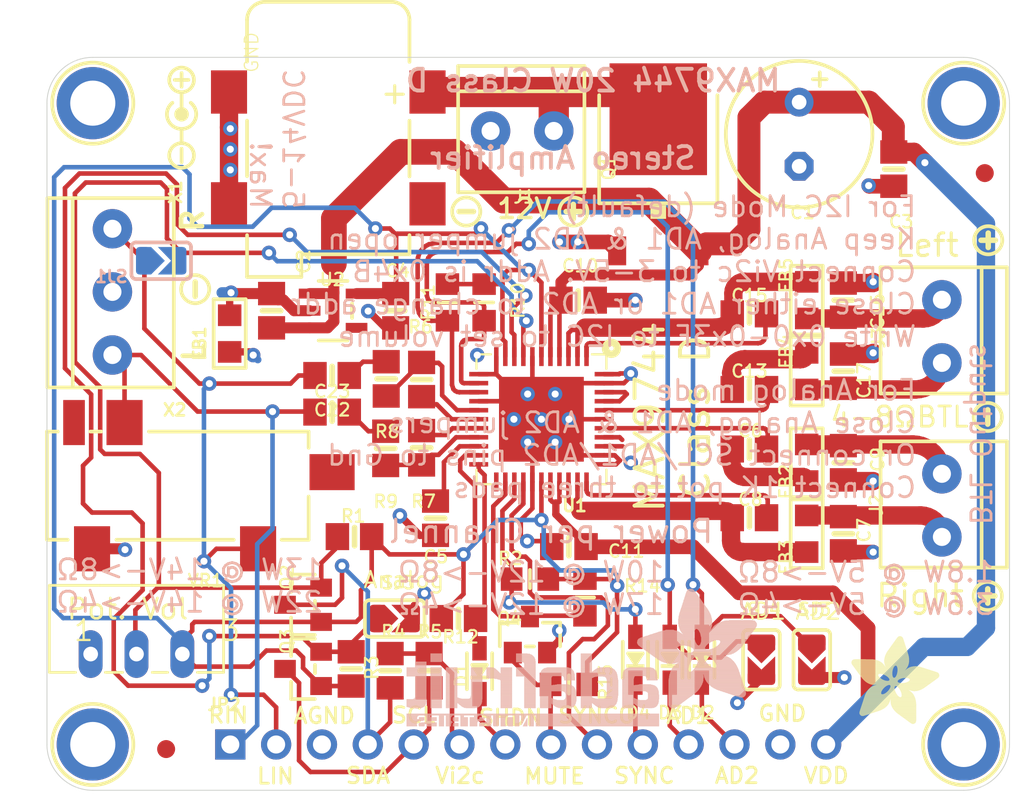
<source format=kicad_pcb>
(kicad_pcb (version 20211014) (generator pcbnew)
  (layers (0 "F.Cu" signal) (31 "B.Cu" signal) (34 "B.Paste" user) (35 "F.Paste" user) (36 "B.SilkS" user "B.Silkscreen") (37 "F.SilkS" user "F.Silkscreen") (38 "B.Mask" user) (39 "F.Mask" user) (44 "Edge.Cuts" user))
  (net 0 "")
  (net 1 "3.3V")
  (net 2 "VDD")
  (net 3 "GND")
  (net 4 "N$1")
  (net 5 "N$3")
  (net 6 "AGND")
  (net 7 "SYNCOUT")
  (net 8 "N$5")
  (net 9 "N$6")
  (net 10 "N$7")
  (net 11 "N$8")
  (net 12 "N$13")
  (net 13 "N$16")
  (net 14 "N$23")
  (net 15 "N$24")
  (net 16 "N$25")
  (net 17 "N$26")
  (net 18 "N$27")
  (net 19 "N$29")
  (net 20 "N$30")
  (net 21 "N$31")
  (net 22 "LEFTIN")
  (net 23 "RIGHTIN")
  (net 24 "SYNC_3V3")
  (net 25 "MUTE_3V3")
  (net 26 "SHDN_3V3")
  (net 27 "N$17")
  (net 28 "N$18")
  (net 29 "N$9")
  (net 30 "N$10")
  (net 31 "ADDR1_3V3")
  (net 32 "ADDR2_3V3")
  (net 33 "SCL_3V3")
  (net 34 "SDA_3V3")
  (net 35 "SHDN_5V")
  (net 36 "ADDR2_5V")
  (net 37 "ADDR1_5V")
  (net 38 "SYNC_5V")
  (net 39 "SDA_5V0")
  (net 40 "SCL_5V0")
  (net 41 "VDDIO")
  (net 42 "MUTE_INV")
  (footprint "boardEagle:SOLDERJUMPER_ARROW_NOPASTE" (layer "F.Cu") (at 141.1031 115.7986)
    (fp_text reference "SJ5")
    (fp_text value "")
  )
  (footprint "boardEagle:0805-NO" (layer "F.Cu") (at 151.2631 98.1456 180)
    (fp_text reference "C10")
    (fp_text value "0.1µF")
  )
  (footprint "boardEagle:SOD-323" (layer "F.Cu") (at 156.3431 118.0846 90)
    (fp_text reference "D3")
    (fp_text value "1N4148")
  )
  (footprint "boardEagle:SOD-323" (layer "F.Cu") (at 158.1211 118.0846 90)
    (fp_text reference "D2")
    (fp_text value "1N4148")
  )
  (footprint "boardEagle:_0805MP" (layer "F.Cu") (at 150.7551 119.4546 180)
    (fp_text reference "R15")
    (fp_text value "10K")
  )
  (footprint "boardEagle:4UCONN_19269" (layer "F.Cu") (at 121.8311 108.4326)
    (fp_text reference "X2")
    (fp_text value "3.5mm")
  )
  (footprint "boardEagle:TERMBLOCK_1X2-3.5MM" (layer "F.Cu") (at 171.4241 99.9236 90)
    (fp_text reference "J3")
    (fp_text value "SPKLEFT")
  )
  (footprint "boardEagle:0805-NO" (layer "F.Cu") (at 140.6021 106.3636 -90)
    (fp_text reference "R9")
    (fp_text value "20K")
  )
  (footprint "boardEagle:_0805" (layer "F.Cu") (at 163.9311 98.1456 -90)
    (fp_text reference "FB5")
    (fp_text value "MPZ2012S221A")
  )
  (footprint "boardEagle:0805-NO" (layer "F.Cu") (at 160.7561 103.0986)
    (fp_text reference "C13")
    (fp_text value "0.1µF")
  )
  (footprint "boardEagle:0805-NO" (layer "F.Cu") (at 134.2791 98.7316 90)
    (fp_text reference "C2")
    (fp_text value "10µF")
  )
  (footprint "boardEagle:0805-NO" (layer "F.Cu") (at 142.5921 102.5476 -90)
    (fp_text reference "R6")
    (fp_text value "20K")
  )
  (footprint "boardEagle:0805-NO" (layer "F.Cu") (at 143.0081 118.6926 90)
    (fp_text reference "R5")
    (fp_text value "10K")
  )
  (footprint "boardEagle:0805-NO" (layer "F.Cu") (at 160.7561 110.2106)
    (fp_text reference "C8")
    (fp_text value "0.1µF")
  )
  (footprint "boardEagle:TERMBLOCK_1X3-3.5MM" (layer "F.Cu") (at 125.4601 97.6376 -90)
    (fp_text reference "X1")
    (fp_text value "3.5mm")
  )
  (footprint "boardEagle:0805-NO" (layer "F.Cu") (at 142.5921 106.3306 90)
    (fp_text reference "R7")
    (fp_text value "20K")
  )
  (footprint "boardEagle:_0805" (layer "F.Cu") (at 163.9311 102.0826 -90)
    (fp_text reference "FB4")
    (fp_text value "MPZ2012S221A")
  )
  (footprint "boardEagle:0805-NO" (layer "F.Cu") (at 140.6311 102.5096 -90)
    (fp_text reference "R8")
    (fp_text value "20K")
  )
  (footprint "boardEagle:0805-NO" (layer "F.Cu") (at 160.7561 98.9076)
    (fp_text reference "C15")
    (fp_text value "0.1µF")
  )
  (footprint "boardEagle:0805-NO" (layer "F.Cu") (at 140.8491 118.6926 90)
    (fp_text reference "R4")
    (fp_text value "10K")
  )
  (footprint "boardEagle:0805-NO" (layer "F.Cu") (at 138.6901 118.5926 -90)
    (fp_text reference "R3")
    (fp_text value "10K")
  )
  (footprint "boardEagle:MOUNTINGHOLE_2.5_PLATED_THICK" (layer "F.Cu") (at 172.6311 87.2236)
    (fp_text reference "U$40" hide)
    (fp_text value "MOUNTINGHOLE2.5_THICK" hide)
  )
  (footprint "boardEagle:ICON_PLUS" (layer "F.Cu") (at 150.9991 93.2326)
    (fp_text reference "U$42" hide)
    (fp_text value "" hide)
  )
  (footprint "boardEagle:0805-NO" (layer "F.Cu") (at 168.7581 90.8796 -90)
    (fp_text reference "C3")
    (fp_text value "10µF")
  )
  (footprint "boardEagle:0805-NO" (layer "F.Cu") (at 165.9631 111.0996 -90)
    (fp_text reference "C7")
    (fp_text value "470pF")
  )
  (footprint "boardEagle:SOT23-WIDE" (layer "F.Cu") (at 148.5961 116.6876)
    (fp_text reference "Q4")
    (fp_text value "BSS138")
  )
  (footprint "boardEagle:ICON_PLUS" (layer "F.Cu") (at 173.9911 94.8246)
    (fp_text reference "U$50" hide)
    (fp_text value "" hide)
  )
  (footprint "boardEagle:SOD-323" (layer "F.Cu") (at 145.8021 118.7196 90)
    (fp_text reference "D1")
    (fp_text value "1N4148")
  )
  (footprint "boardEagle:0805-NO" (layer "F.Cu") (at 137.6341 104.3526)
    (fp_text reference "C23")
    (fp_text value "0.47µF")
  )
  (footprint "boardEagle:_0805MP" (layer "F.Cu") (at 144.0241 98.2726 90)
    (fp_text reference "R11")
    (fp_text value "10K")
  )
  (footprint "boardEagle:0805-NO" (layer "F.Cu") (at 143.3637 110.236 -90)
    (fp_text reference "C5")
    (fp_text value "2.2µF")
  )
  (footprint "boardEagle:0805-NO" (layer "F.Cu") (at 141.1541 98.7316 -90)
    (fp_text reference "C4")
    (fp_text value "10µF")
  )
  (footprint "boardEagle:0805-NO" (layer "F.Cu") (at 165.9631 102.0826 -90)
    (fp_text reference "C17")
    (fp_text value "470pF")
  )
  (footprint "boardEagle:ICON_MINUS" (layer "F.Cu") (at 145.0671 93.2326)
    (fp_text reference "U$43" hide)
    (fp_text value "" hide)
  )
  (footprint "boardEagle:0805-NO" (layer "F.Cu") (at 138.8761 111.2586)
    (fp_text reference "R1")
    (fp_text value "10K")
  )
  (footprint "boardEagle:0805-NO" (layer "F.Cu") (at 160.7561 106.4006)
    (fp_text reference "C6")
    (fp_text value "0.1µF")
  )
  (footprint "boardEagle:0805-NO" (layer "F.Cu") (at 165.9631 98.1456 90)
    (fp_text reference "C16")
    (fp_text value "470pF")
  )
  (footprint "boardEagle:FIDUCIAL_1MM" (layer "F.Cu") (at 173.7991 91.1004)
    (fp_text reference "FID1" hide)
    (fp_text value "FIDUCIAL\"\"" hide)
  )
  (footprint "boardEagle:ICON_PLUS" (layer "F.Cu") (at 173.9641 114.5476)
    (fp_text reference "U$52" hide)
    (fp_text value "" hide)
  )
  (footprint "boardEagle:DCJACK_2MM_SMT" (layer "F.Cu") (at 137.4201 86.6046 -90)
    (fp_text reference "CN1")
    (fp_text value "2.1mm")
  )
  (footprint "boardEagle:MOUNTINGHOLE_2.5_PLATED_THICK" (layer "F.Cu") (at 124.3711 87.2236)
    (fp_text reference "U$39" hide)
    (fp_text value "MOUNTINGHOLE2.5_THICK" hide)
  )
  (footprint "boardEagle:0805-NO" (layer "F.Cu") (at 150.7551 111.8108)
    (fp_text reference "C11")
    (fp_text value "0.1µF")
  )
  (footprint "boardEagle:_0805MP" (layer "F.Cu") (at 148.5961 113.6126)
    (fp_text reference "R2")
    (fp_text value "10K")
  )
  (footprint "boardEagle:FIDUCIAL_1MM" (layer "F.Cu") (at 128.4351 123.0376)
    (fp_text reference "FID2" hide)
    (fp_text value "FIDUCIAL\"\"" hide)
  )
  (footprint "boardEagle:CELEC_3.5MM_8MM" (layer "F.Cu") (at 163.5121 88.9446 -90)
    (fp_text reference "C1")
    (fp_text value "330µF")
  )
  (footprint "boardEagle:TQFN44_7MM" (layer "F.Cu") (at 149.2311 104.7496 180)
    (fp_text reference "U1")
    (fp_text value "MAX9744")
  )
  (footprint "boardEagle:SOLDERJUMPER_ARROW_NOPASTE" (layer "F.Cu") (at 161.4231 118.0846 -90)
    (fp_text reference "SJ4")
    (fp_text value "")
  )
  (footprint "boardEagle:SOT23-5" (layer "F.Cu") (at 137.6871 98.7316 -90)
    (fp_text reference "U2")
    (fp_text value "MIC5225-3.3")
  )
  (footprint "boardEagle:TERMBLOCK_1X2-3.5MM" (layer "F.Cu") (at 148.2151 88.7636 180)
    (fp_text reference "J1")
    (fp_text value "3.5mm")
  )
  (footprint "boardEagle:SOT23-WIDE" (layer "F.Cu") (at 136.0231 115.0366 90)
    (fp_text reference "Q2")
    (fp_text value "BSS138")
  )
  (footprint "boardEagle:ICON_MINUS" (layer "F.Cu") (at 173.9641 104.6226 90)
    (fp_text reference "U$51" hide)
    (fp_text value "" hide)
  )
  (footprint "boardEagle:MOUNTINGHOLE_2.5_PLATED_THICK" (layer "F.Cu") (at 124.3711 122.7836)
    (fp_text reference "U$29" hide)
    (fp_text value "MOUNTINGHOLE2.5_THICK" hide)
  )
  (footprint "boardEagle:ADAFRUIT_5MM" (layer "F.Cu") (at 166.4081 121.6406)
    (fp_text reference "U$32" hide)
    (fp_text value "" hide)
  )
  (footprint "boardEagle:_0805" (layer "F.Cu") (at 163.9311 107.1626 90)
    (fp_text reference "FB2")
    (fp_text value "MPZ2012S221A")
  )
  (footprint "boardEagle:SOLDERJUMPER_ARROW_NOPASTE" (layer "F.Cu") (at 164.2171 118.0846 -90)
    (fp_text reference "SJ3")
    (fp_text value "")
  )
  (footprint "boardEagle:1X14_ROUND70" (layer "F.Cu") (at 148.5011 122.7836)
    (fp_text reference "JP2")
    (fp_text value "")
  )
  (footprint "boardEagle:_0805MP" (layer "F.Cu") (at 146.0561 98.2726 90)
    (fp_text reference "R10")
    (fp_text value "10K")
  )
  (footprint "boardEagle:0805-NO" (layer "F.Cu") (at 165.9631 107.1626 90)
    (fp_text reference "C9")
    (fp_text value "470pF")
  )
  (footprint "boardEagle:TERMBLOCK_1X2-3.5MM" (layer "F.Cu") (at 171.4241 109.5756 90)
    (fp_text reference "J2")
    (fp_text value "SPKRIGHT")
  )
  (footprint "boardEagle:ICON_MINUS" (layer "F.Cu") (at 130.0461 97.5376 90)
    (fp_text reference "U$47" hide)
    (fp_text value "" hide)
  )
  (footprint "boardEagle:_0805" (layer "F.Cu") (at 163.9311 111.0996 90)
    (fp_text reference "FB3")
    (fp_text value "MPZ2012S221A")
  )
  (footprint "boardEagle:MOUNTINGHOLE_2.5_PLATED_THICK" (layer "F.Cu") (at 172.6311 122.7836)
    (fp_text reference "U$38" hide)
    (fp_text value "MOUNTINGHOLE2.5_THICK" hide)
  )
  (footprint "boardEagle:TO252" (layer "F.Cu") (at 155.7081 90.6146)
    (fp_text reference "Q1")
    (fp_text value "AOD417")
  )
  (footprint "boardEagle:SOD-323" (layer "F.Cu") (at 154.4381 118.0846 90)
    (fp_text reference "D4")
    (fp_text value "1N4148")
  )
  (footprint "boardEagle:ICON_POSITIVE_CENTER-M" (layer "F.Cu") (at 129.2911 87.8386 -90)
    (fp_text reference "U$41" hide)
    (fp_text value "" hide)
  )
  (footprint "boardEagle:_0805" (layer "F.Cu") (at 131.9561 99.9986 90)
    (fp_text reference "FB1")
    (fp_text value "MPZ2012S221A")
  )
  (footprint "boardEagle:TRIMPOT_100MILPTH" (layer "F.Cu") (at 126.7931 116.4996 180)
    (fp_text reference "VR1")
    (fp_text value "Must be <1Kohm")
  )
  (footprint "boardEagle:0805-NO" (layer "F.Cu") (at 137.6341 102.3236)
    (fp_text reference "C22")
    (fp_text value "0.47µF")
  )
  (footprint "boardEagle:SOT23-WIDE" (layer "F.Cu") (at 136.0231 118.5926 90)
    (fp_text reference "Q3")
    (fp_text value "BS138")
  )
  (footprint "boardEagle:_0805MP" (layer "F.Cu") (at 151.6441 114.6286 90)
    (fp_text reference "R14")
    (fp_text value "10K")
  )
  (footprint "boardEagle:0805-NO" (layer "F.Cu") (at 144.6321 115.7986 180)
    (fp_text reference "R12")
    (fp_text value "10K")
  )
  (footprint "boardEagle:SOLDERJUMPER_ARROW_NOPASTE" (layer "B.Cu") (at 128.1621 95.9616)
    (fp_text reference "SJ1")
    (fp_text value "")
  )
  (footprint "boardEagle:ADAFRUIT_TEXT_20MM" (layer "B.Cu") (at 161.3281 121.7676 180)
    (fp_text reference "U$28" hide)
    (fp_text value "" hide)
  )
  (gr_arc (start 124.3711 125.3236) (mid 122.575049 124.579651) (end 121.8311 122.7836) (layer "Edge.Cuts") (width 0.05))
  (gr_line (start 124.3711 84.6836) (end 172.6311 84.6836) (layer "Edge.Cuts") (width 0.05))
  (gr_arc (start 121.8311 87.2236) (mid 122.575049 85.427549) (end 124.3711 84.6836) (layer "Edge.Cuts") (width 0.05))
  (gr_line (start 175.1711 87.2236) (end 175.1711 122.7836) (layer "Edge.Cuts") (width 0.05))
  (gr_arc (start 175.1711 122.7836) (mid 174.427151 124.579651) (end 172.6311 125.3236) (layer "Edge.Cuts") (width 0.05))
  (gr_line (start 121.8311 122.7836) (end 121.8311 87.2236) (layer "Edge.Cuts") (width 0.05))
  (gr_arc (start 172.6311 84.6836) (mid 174.427151 85.427549) (end 175.1711 87.2236) (layer "Edge.Cuts") (width 0.05))
  (gr_line (start 172.6311 125.3236) (end 124.3711 125.3236) (layer "Edge.Cuts") (width 0.05))
  (gr_text "BTL Outputs" (at 172.8851 110.7186 -90) (layer "B.SilkS") (effects (font (size 1.1176 1.1176) (thickness 0.1524)) (justify left bottom mirror)))
  (gr_text "1.8W @ 5V->8Ω\n3.6W @ 5V->4Ω" (at 174.4091 115.6716) (layer "B.SilkS") (effects (font (size 1.1176 1.1176) (thickness 0.1524)) (justify left bottom mirror)))
  (gr_text "5-14VDC\nMax!" (at 133.0071 93.1926 -90) (layer "B.SilkS") (effects (font (size 1.1176 1.1176) (thickness 0.1524)) (justify left bottom mirror)))
  (gr_text "For Analog mode\nClose Analog, AD1 & AD2 jumpers\nOr connect SCL/AD1/AD2 pins to Gnd\nConnect 1K pot to three pads" (at 170.0911 109.1946) (layer "B.SilkS") (effects (font (size 1.1176 1.1176) (thickness 0.1524)) (justify left bottom mirror)))
  (gr_text "MAX9744 20W Class D" (at 162.5981 86.6836) (layer "B.SilkS") (effects (font (size 1.20904 1.20904) (thickness 0.21336)) (justify left bottom mirror)))
  (gr_text "Power per Channel" (at 149.7711 110.9726) (layer "B.SilkS") (effects (font (size 1.251712 1.251712) (thickness 0.170688)) (justify mirror)))
  (gr_text "10W @ 12V->8Ω\n17W @ 12V->4Ω" (at 156.1211 115.6716) (layer "B.SilkS") (effects (font (size 1.1176 1.1176) (thickness 0.1524)) (justify left bottom mirror)))
  (gr_text "13W @ 14V->8Ω\n22W @ 14V->4Ω" (at 137.1981 115.5446) (layer "B.SilkS") (effects (font (size 1.1176 1.1176) (thickness 0.1524)) (justify left bottom mirror)))
  (gr_text "Stereo Amplifier" (at 157.8991 90.9696) (layer "B.SilkS") (effects (font (size 1.20904 1.20904) (thickness 0.21336)) (justify left bottom mirror)))
  (gr_text "For I2C Mode (default)\nKeep Analog, AD1 & AD2 jumper open\nConnect Vi2c to 3-5V. Addr is 0x4B\nClose either AD1 or AD2 to change addr\nWrite 0x0-0x3F to I2C to set volume" (at 170.0911 100.8126) (layer "B.SilkS") (effects (font (size 1.1176 1.1176) (thickness 0.1524)) (justify left bottom mirror)))
  (gr_text "MUTE" (at 148.1881 125.0426) (layer "F.SilkS") (effects (font (size 0.8636 0.8636) (thickness 0.1524)) (justify left bottom)))
  (gr_text "SCL" (at 140.8491 121.6676) (layer "F.SilkS") (effects (font (size 0.8636 0.8636) (thickness 0.1524)) (justify left bottom)))
  (gr_text "GND" (at 161.1691 121.5676) (layer "F.SilkS") (effects (font (size 0.8636 0.8636) (thickness 0.1524)) (justify left bottom)))
  (gr_text "SYNCO" (at 150.0741 121.6676) (layer "F.SilkS") (effects (font (size 0.8636 0.8636) (thickness 0.1524)) (justify left bottom)))
  (gr_text "RIN" (at 130.6891 121.6676) (layer "F.SilkS") (effects (font (size 0.8636 0.8636) (thickness 0.1524)) (justify left bottom)))
  (gr_text "Right" (at 170.2181 114.5286) (layer "F.SilkS") (effects (font (size 1.251712 1.251712) (thickness 0.170688))))
  (gr_text "Pot. Vol" (at 122.8471 115.9256) (layer "F.SilkS") (effects (font (size 1.1176 1.1176) (thickness 0.1524)) (justify left bottom)))
  (gr_text "SDA" (at 138.3091 125.0156) (layer "F.SilkS") (effects (font (size 0.8636 0.8636) (thickness 0.1524)) (justify left bottom)))
  (gr_text "4-8ΩBTL" (at 169.0751 104.6226) (layer "F.SilkS") (effects (font (size 1.1176 1.1176) (thickness 0.1524))))
  (gr_text "Analog" (at 143.9291 113.1316) (layer "F.SilkS") (effects (font (size 0.89408 0.89408) (thickness 0.12192)) (justify right top)))
  (gr_text "VDD" (at 163.6821 125.0156) (layer "F.SilkS") (effects (font (size 0.8636 0.8636) (thickness 0.1524)) (justify left bottom)))
  (gr_text "L" (at 130.6811 101.6746 90) (layer "F.SilkS") (effects (font (size 1.166368 1.166368) (thickness 0.256032)) (justify left bottom)))
  (gr_text "AD1" (at 156.0621 121.6946) (layer "F.SilkS") (effects (font (size 0.8636 0.8636) (thickness 0.1524)) (justify left bottom)))
  (gr_text "AD2" (at 163.2331 115.9256) (layer "F.SilkS") (effects (font (size 0.89408 0.89408) (thickness 0.12192)) (justify left bottom)))
  (gr_text "Vi2c" (at 143.2621 125.0156) (layer "F.SilkS") (effects (font (size 0.8636 0.8636) (thickness 0.1524)) (justify left bottom)))
  (gr_text "MAX9744\nClass D" (at 156.5021 104.6226 90) (layer "F.SilkS") (effects (font (size 1.56464 1.56464) (thickness 0.21336))))
  (gr_text "SYNC" (at 153.1681 125.0156) (layer "F.SilkS") (effects (font (size 0.8636 0.8636) (thickness 0.1524)) (justify left bottom)))
  (gr_text "AGND" (at 135.4151 121.6946) (layer "F.SilkS") (effects (font (size 0.8636 0.8636) (thickness 0.1524)) (justify left bottom)))
  (gr_text "12V" (at 148.2881 93.0736) (layer "F.SilkS") (effects (font (size 1.0795 1.0795) (thickness 0.1905))))
  (gr_text "R" (at 130.5811 94.4896 90) (layer "F.SilkS") (effects (font (size 1.166368 1.166368) (thickness 0.256032)) (justify left bottom)))
  (gr_text "AD2" (at 158.7561 125.0156) (layer "F.SilkS") (effects (font (size 0.8636 0.8636) (thickness 0.1524)) (justify left bottom)))
  (gr_text "LIN" (at 133.3831 125.0426) (layer "F.SilkS") (effects (font (size 0.8636 0.8636) (thickness 0.1524)) (justify left bottom)))
  (gr_text "AD1" (at 160.1851 115.9256) (layer "F.SilkS") (effects (font (size 0.89408 0.89408) (thickness 0.12192)) (justify left bottom)))
  (gr_text "SHDN" (at 145.6751 121.7946) (layer "F.SilkS") (effects (font (size 0.8636 0.8636) (thickness 0.1524)) (justify left bottom)))
  (gr_text "Left" (at 170.5991 95.0976) (layer "F.SilkS") (effects (font (size 1.251712 1.251712) (thickness 0.170688))))
  (segment (start 144.9131 112.2426) (end 144.9131 114.4416) (width 0.254) (layer "F.Cu") (net 1))
  (segment (start 129.8811 116.4736) (end 129.2561 117.0986) (width 0.254) (layer "F.Cu") (net 1))
  (segment (start 133.9911 117.5766) (end 133.1021 118.4656) (width 0.254) (layer "F.Cu") (net 1))
  (segment (start 151.7711 119.4546) (end 151.7711 118.2116) (width 0.254) (layer "F.Cu") (net 1))
  (segment (start 138.9872 97.7816) (end 141.1541 97.7816) (width 0.6096) (layer "F.Cu") (net 1))
  (segment (start 151.6441 113.6126) (end 153.0701 113.6126) (width 0.254) (layer "F.Cu") (net 1))
  (segment (start 153.4221 113.9826) (end 153.4311 113.9736) (width 0.254) (layer "F.Cu") (net 1))
  (segment (start 137.0231 119.5426) (end 137.0891 119.6086) (width 0.254) (layer "F.Cu") (net 1))
  (segment (start 147.3811 96.4736) (end 148.5311 96.4736) (width 0.254) (layer "F.Cu") (net 1))
  (segment (start 151.7711 118.2116) (end 153.4221 116.5606) (width 0.254) (layer "F.Cu") (net 1))
  (segment (start 149.2311 101.2746) (end 149.2311 97.1736) (width 0.254) (layer "F.Cu") (net 1))
  (segment (start 145.5921 94.4626) (end 141.2421 94.4626) (width 0.254) (layer "F.Cu") (net 1))
  (segment (start 136.0231 118.5426) (end 136.0231 117.9576) (width 0.254) (layer "F.Cu") (net 1))
  (segment (start 145.5481 108.4326) (end 145.5481 111.6076) (width 0.254) (layer "F.Cu") (net 1))
  (segment (start 147.0721 100.3046) (end 147.0721 97.2566) (width 0.254) (layer "F.Cu") (net 1))
  (segment (start 144.7311 107.0236) (end 144.7311 107.6156) (width 0.254) (layer "F.Cu") (net 1))
  (segment (start 145.7561 106.7496) (end 145.0051 106.7496) (width 0.254) (layer "F.Cu") (net 1))
  (segment (start 147.0721 97.2566) (end 147.0721 96.7826) (width 0.254) (layer "F.Cu") (net 1))
  (segment (start 147.2311 100.4636) (end 147.0721 100.3046) (width 0.254) (layer "F.Cu") (net 1))
  (segment (start 149.2311 97.1736) (end 148.5311 96.4736) (width 0.254) (layer "F.Cu") (net 1))
  (segment (start 129.2561 117.0986) (end 129.2561 117.6926) (width 0.254) (layer "F.Cu") (net 1))
  (segment (start 145.8811 94.1736) (end 145.5921 94.4626) (width 0.254) (layer "F.Cu") (net 1))
  (segment (start 145.0051 106.7496) (end 144.7311 107.0236) (width 0.254) (layer "F.Cu") (net 1))
  (segment (start 139.8261 111.2586) (end 140.8101 112.2426) (width 0.254) (layer "F.Cu") (net 1))
  (segment (start 135.6421 117.5766) (end 133.9911 117.5766) (width 0.254) (layer "F.Cu") (net 1))
  (segment (start 153.4221 116.5606) (end 153.4221 113.9826) (width 0.254) (layer "F.Cu") (net 1))
  (segment (start 149.6121 113.6126) (end 151.6441 113.6126) (width 0.254) (layer "F.Cu") (net 1))
  (segment (start 129.3241 117.7786) (end 129.3331 117.7696) (width 0.254) (layer "F.Cu") (net 1))
  (segment (start 130.0291 118.4656) (end 129.3331 117.7696) (width 0.254) (layer "F.Cu") (net 1))
  (segment (start 139.2311 114.2236) (end 139.8261 113.6286) (width 0.254) (layer "F.Cu") (net 1))
  (segment (start 136.0231 117.9576) (end 135.6421 117.5766) (width 0.254) (layer "F.Cu") (net 1))
  (segment (start 137.0231 115.9866) (end 130.0181 115.9866) (width 0.254) (layer "F.Cu") (net 1))
  (segment (start 144.0241 97.2566) (end 146.0561 97.2566) (width 0.254) (layer "F.Cu") (net 1))
  (segment (start 153.0701 113.6126) (end 153.4311 113.9736) (width 0.254) (layer "F.Cu") (net 1))
  (segment (start 129.3241 117.7606) (end 129.3331 117.7696) (width 0.254) (layer "F.Cu") (net 1))
  (segment (start 141.1811 97.7546) (end 141.1541 97.7816) (width 0.254) (layer "F.Cu") (net 1))
  (segment (start 140.8101 112.2426) (end 144.9131 112.2426) (width 0.254) (layer "F.Cu") (net 1))
  (segment (start 138.9681 115.9866) (end 139.2311 115.7236) (width 0.254) (layer "F.Cu") (net 1))
  (segment (start 147.2311 101.2746) (end 147.2311 100.4636) (width 0.254) (layer "F.Cu") (net 1))
  (segment (start 137.0891 119.6086) (end 137.1551 119.5426) (width 0.254) (layer "F.Cu") (net 1))
  (segment (start 145.5481 111.6076) (end 144.9131 112.2426) (width 0.254) (layer "F.Cu") (net 1))
  (segment (start 143.6821 115.6726) (end 143.6821 115.7986) (width 0.254) (layer "F.Cu") (net 1))
  (segment (start 139.2311 115.7236) (end 139.2311 114.2236) (width 0.254) (layer "F.Cu") (net 1))
  (segment (start 139.8261 113.6286) (end 139.8261 111.2586) (width 0.254) (layer "F.Cu") (net 1))
  (segment (start 146.0561 97.2566) (end 147.0721 97.2566) (width 0.254) (layer "F.Cu") (net 1))
  (segment (start 149.2311 108.2246) (end 149.2311 110.3376) (width 0.254) (layer "F.Cu") (net 1))
  (segment (start 133.1021 118.4656) (end 130.0291 118.4656) (width 0.254) (layer "F.Cu") (net 1))
  (segment (start 141.1811 94.5236) (end 141.1811 97.7546) (width 0.254) (layer "F.Cu") (net 1))
  (segment (start 144.9131 114.4416) (end 143.6821 115.6726) (width 0.254) (layer "F.Cu") (net 1))
  (segment (start 137.0231 115.9866) (end 138.9681 115.9866) (width 0.254) (layer "F.Cu") (net 1))
  (segment (start 140.0311 94.1736) (end 140.8311 94.1736) (width 0.254) (layer "F.Cu") (net 1))
  (segment (start 141.2421 94.4626) (end 141.1811 94.5236) (width 0.254) (layer "F.Cu") (net 1))
  (segment (start 147.0721 96.7826) (end 147.3811 96.4736) (width 0.254) (layer "F.Cu") (net 1))
  (segment (start 137.0231 119.5426) (end 136.0231 118.5426) (width 0.254) (layer "F.Cu") (net 1))
  (segment (start 130.0181 115.9866) (end 129.8811 116.1236) (width 0.254) (layer "F.Cu") (net 1))
  (segment (start 137.1551 119.5426) (end 138.6901 119.5426) (width 0.254) (layer "F.Cu") (net 1))
  (segment (start 129.8811 116.1236) (end 129.8811 116.4736) (width 0.254) (layer "F.Cu") (net 1))
  (segment (start 129.2561 117.6926) (end 129.3331 117.7696) (width 0.254) (layer "F.Cu") (net 1))
  (segment (start 140.8311 94.1736) (end 141.1811 94.5236) (width 0.254) (layer "F.Cu") (net 1))
  (segment (start 144.7311 107.6156) (end 145.5481 108.4326) (width 0.254) (layer "F.Cu") (net 1))
  (via (at 153.4311 113.9736) (size 0.8001) (drill 0.3937) (layers "F.Cu" "B.Cu") (net 1))
  (via (at 148.5311 96.4736) (size 0.8001) (drill 0.3937) (layers "F.Cu" "B.Cu") (net 1))
  (via (at 140.0311 94.1736) (size 0.8001) (drill 0.3937) (layers "F.Cu" "B.Cu") (net 1))
  (via (at 149.2311 110.3376) (size 0.8001) (drill 0.3937) (layers "F.Cu" "B.Cu") (net 1))
  (via (at 145.8811 94.1736) (size 0.8001) (drill 0.3937) (layers "F.Cu" "B.Cu") (net 1))
  (via (at 144.9131 112.2426) (size 0.8001) (drill 0.3937) (layers "F.Cu" "B.Cu") (net 1))
  (segment (start 129.3311 90.7736) (end 129.7311 91.1736) (width 0.254) (layer "B.Cu") (net 1))
  (segment (start 138.8811 93.0236) (end 140.0311 94.1736) (width 0.254) (layer "B.Cu") (net 1))
  (segment (start 153.4311 113.4236) (end 153.4311 113.9736) (width 0.254) (layer "B.Cu") (net 1))
  (segment (start 122.7311 115.7736) (end 122.2311 115.2736) (width 0.254) (layer "B.Cu") (net 1))
  (segment (start 129.3331 117.7696) (end 129.3331 117.1756) (width 0.254) (layer "B.Cu") (net 1))
  (segment (start 153.1391 113.1316) (end 153.4311 113.4236) (width 0.254) (layer "B.Cu") (net 1))
  (segment (start 134.2811 93.0236) (end 138.8811 93.0236) (width 0.254) (layer "B.Cu") (net 1))
  (segment (start 150.2471 113.1316) (end 149.3581 112.2426) (width 0.254) (layer "B.Cu") (net 1))
  (segment (start 148.5311 96.4736) (end 148.1811 96.4736) (width 0.254) (layer "B.Cu") (net 1))
  (segment (start 144.9131 112.2426) (end 146.8181 110.3376) (width 0.254) (layer "B.Cu") (net 1))
  (segment (start 129.7311 93.6236) (end 130.1811 94.0736) (width 0.254) (layer "B.Cu") (net 1))
  (segment (start 127.9311 115.7736) (end 122.7311 115.7736) (width 0.254) (layer "B.Cu") (net 1))
  (segment (start 129.3331 117.1756) (end 127.9311 115.7736) (width 0.254) (layer "B.Cu") (net 1))
  (segment (start 149.3581 110.4646) (end 149.2311 110.3376) (width 0.254) (layer "B.Cu") (net 1))
  (segment (start 130.1811 94.0736) (end 133.2311 94.0736) (width 0.254) (layer "B.Cu") (net 1))
  (segment (start 148.1811 96.4736) (end 145.8811 94.1736) (width 0.254) (layer "B.Cu") (net 1))
  (segment (start 133.2311 94.0736) (end 134.2811 93.0236) (width 0.254) (layer "B.Cu") (net 1))
  (segment (start 149.3581 112.2426) (end 149.3581 110.4646) (width 0.254) (layer "B.Cu") (net 1))
  (segment (start 122.2311 115.2736) (end 122.2311 91.3236) (width 0.254) (layer "B.Cu") (net 1))
  (segment (start 129.7311 91.1736) (end 129.7311 93.6236) (width 0.254) (layer "B.Cu") (net 1))
  (segment (start 150.2471 113.1316) (end 153.1391 113.1316) (width 0.254) (layer "B.Cu") (net 1))
  (segment (start 122.7811 90.7736) (end 129.3311 90.7736) (width 0.254) (layer "B.Cu") (net 1))
  (segment (start 146.8181 110.3376) (end 149.2311 110.3376) (width 0.254) (layer "B.Cu") (net 1))
  (segment (start 122.2311 91.3236) (end 122.7811 90.7736) (width 0.254) (layer "B.Cu") (net 1))
  (segment (start 153.4311 113.9736) (end 153.4811 113.9736) (width 0.254) (layer "B.Cu") (net 1))
  (segment (start 149.7311 98.7276) (end 150.3131 98.1456) (width 0.254) (layer "F.Cu") (net 2))
  (segment (start 150.2311 98.2276) (end 150.3131 98.1456) (width 0.254) (layer "F.Cu") (net 2))
  (segment (start 167.3741 87.1666) (end 168.7311 88.5236) (width 1.27) (layer "F.Cu") (net 2))
  (segment (start 137.7311 93.6236) (end 141.4311 89.9236) (width 1.4224) (layer "F.Cu") (net 2))
  (segment (start 150.0311 110.0236) (end 150.0311 109.4236) (width 0.4064) (layer "F.Cu") (net 2))
  (segment (start 150.2311 101.2746) (end 150.2311 98.2276) (width 0.254) (layer "F.Cu") (net 2))
  (segment (start 167.3311 116.3236) (end 165.3811 114.3736) (width 0.8128) (layer "F.Cu") (net 2))
  (segment (start 137.6811 97.7816) (end 137.7311 97.7316) (width 0.6096) (layer "F.Cu") (net 2))
  (segment (start 160.7311 88.0236) (end 160.7311 94.2236) (width 1.27) (layer "F.Cu") (net 2))
  (segment (start 137.7311 99.3316) (end 137.3811 99.6816) (width 0.6096) (layer "F.Cu") (net 2))
  (segment (start 168.7311 89.9026) (end 168.7581 89.9296) (width 1.27) (layer "F.Cu") (net 2))
  (segment (start 150.0311 109.4236) (end 150.0311 109.3236) (width 0.254) (layer "F.Cu") (net 2))
  (segment (start 157.6311 111.8236) (end 160.1811 114.3736) (width 0.8128) (layer "F.Cu") (net 2))
  (segment (start 151.7051 111.6976) (end 150.0311 110.0236) (width 0.4064) (layer "F.Cu") (net 2))
  (segment (start 169.8811 89.9236) (end 168.7641 89.9236) (width 1.016) (layer "F.Cu") (net 2))
  (segment (start 137.7311 96.1236) (end 137.7311 93.6236) (width 1.4224) (layer "F.Cu") (net 2))
  (segment (start 170.4811 90.5236) (end 169.8811 89.9236) (width 1.016) (layer "F.Cu") (net 2))
  (segment (start 150.3131 98.1456) (end 150.3131 97.1416) (width 0.6096) (layer "F.Cu") (net 2))
  (segment (start 149.7311 108.2246) (end 149.7311 109.2236) (width 0.254) (layer "F.Cu") (net 2))
  (segment (start 137.7311 97.7316) (end 137.7311 99.3316) (width 0.6096) (layer "F.Cu") (net 2))
  (segment (start 161.5881 87.1666) (end 160.7311 88.0236) (width 1.27) (layer "F.Cu") (net 2))
  (segment (start 158.3791 95.0236) (end 157.9881 95.4146) (width 1.27) (layer "F.Cu") (net 2))
  (segment (start 168.7311 88.5236) (end 168.7311 89.9026) (width 1.27) (layer "F.Cu") (net 2))
  (segment (start 136.387 99.6816) (end 137.3811 99.6816) (width 0.6096) (layer "F.Cu") (net 2))
  (segment (start 160.1811 114.3736) (end 165.3811 114.3736) (width 0.8128) (layer "F.Cu") (net 2))
  (segment (start 150.3131 97.1416) (end 150.7041 96.7506) (width 0.6096) (layer "F.Cu") (net 2))
  (segment (start 160.7311 94.2236) (end 159.9311 95.0236) (width 1.27) (layer "F.Cu") (net 2))
  (segment (start 151.7051 111.8108) (end 151.7051 111.6976) (width 0.4064) (layer "F.Cu") (net 2))
  (segment (start 155.1971 92.6236) (end 157.9881 95.4146) (width 1.4224) (layer "F.Cu") (net 2))
  (segment (start 136.387 97.7816) (end 137.6811 97.7816) (width 0.6096) (layer "F.Cu") (net 2))
  (segment (start 163.5121 87.1666) (end 167.3741 87.1666) (width 1.27) (layer "F.Cu") (net 2))
  (segment (start 147.1311 92.6236) (end 155.1971 92.6236) (width 1.4224) (layer "F.Cu") (net 2))
  (segment (start 159.9311 95.0236) (end 158.3791 95.0236) (width 1.27) (layer "F.Cu") (net 2))
  (segment (start 150.0311 109.3236) (end 150.2311 109.3236) (width 0.254) (layer "F.Cu") (net 2))
  (segment (start 167.3311 120.4636) (end 165.0111 122.7836) (width 0.8128) (layer "F.Cu") (net 2))
  (segment (start 157.4041 96.7506) (end 157.9311 96.2236) (width 0.6096) (layer "F.Cu") (net 2))
  (segment (start 141.4311 89.9236) (end 144.4311 89.9236) (width 1.4224) (layer "F.Cu") (net 2))
  (segment (start 149.7311 109.2236) (end 149.8311 109.3236) (width 0.254) (layer "F.Cu") (net 2))
  (segment (start 136.387 99.6816) (end 134.2791 99.6816) (width 0.6096) (layer "F.Cu") (net 2))
  (segment (start 144.4311 89.9236) (end 147.1311 92.6236) (width 1.4224) (layer "F.Cu") (net 2))
  (segment (start 149.7311 101.2746) (end 149.7311 98.7276) (width 0.254) (layer "F.Cu") (net 2))
  (segment (start 151.7179 111.8236) (end 157.6311 111.8236) (width 0.8128) (layer "F.Cu") (net 2))
  (segment (start 157.9311 96.2236) (end 157.9311 95.4716) (width 0.6096) (layer "F.Cu") (net 2))
  (segment (start 150.7041 96.7506) (end 157.4041 96.7506) (width 0.6096) (layer "F.Cu") (net 2))
  (segment (start 151.7179 111.8236) (end 151.7051 111.8108) (width 0.8128) (layer "F.Cu") (net 2))
  (segment (start 163.5121 87.1666) (end 161.5881 87.1666) (width 1.27) (layer "F.Cu") (net 2))
  (segment (start 168.7641 89.9236) (end 168.7581 89.9296) (width 1.016) (layer "F.Cu") (net 2))
  (segment (start 157.9311 95.4716) (end 157.9881 95.4146) (width 1.016) (layer "F.Cu") (net 2))
  (segment (start 137.7311 97.7316) (end 137.7311 96.1236) (width 0.6096) (layer "F.Cu") (net 2))
  (segment (start 149.8311 109.3236) (end 150.0311 109.3236) (width 0.254) (layer "F.Cu") (net 2))
  (segment (start 150.2311 108.2246) (end 150.2311 109.3236) (width 0.254) (layer "F.Cu") (net 2))
  (segment (start 167.3311 116.3236) (end 167.3311 120.4636) (width 0.8128) (layer "F.Cu") (net 2))
  (via (at 170.4811 90.5236) (size 0.8001) (drill 0.3937) (layers "F.Cu" "B.Cu") (net 2))
  (segment (start 170.4211 117.3736) (end 165.0111 122.7836) (width 1.016) (layer "B.Cu") (net 2))
  (segment (start 173.8651 116.3276) (end 173.8651 93.9076) (width 1.016) (layer "B.Cu") (net 2))
  (segment (start 172.8191 117.3736) (end 173.8651 116.3276) (width 1.016) (layer "B.Cu") (net 2))
  (segment (start 173.8651 93.9076) (end 170.4811 90.5236) (width 1.016) (layer "B.Cu") (net 2))
  (segment (start 170.4211 117.3736) (end 172.8191 117.3736) (width 1.016) (layer "B.Cu") (net 2))
  (segment (start 152.7061 106.7496) (end 153.2951 106.7496) (width 0.254) (layer "F.Cu") (net 3))
  (segment (start 136.387 98.7316) (end 135.5311 98.7316) (width 0.6096) (layer "F.Cu") (net 3))
  (segment (start 152.7061 102.2496) (end 153.5411 102.2496) (width 0.254) (layer "F.Cu") (net 3))
  (segment (start 131.9201 92.8046) (end 131.9201 88.5656) (width 1.016) (layer "F.Cu") (net 3))
  (segment (start 134.2791 97.7816) (end 132.0811 97.7816) (width 0.6096) (layer "F.Cu") (net 3))
  (segment (start 152.2131 98.1456) (end 154.4381 98.1456) (width 0.8128) (layer "F.Cu") (net 3))
  (segment (start 131.9561 98.9826) (end 131.9561 97.8066) (width 0.4064) (layer "F.Cu") (net 3))
  (segment (start 148.7311 105.2496) (end 149.2311 104.7496) (width 0.254) (layer "F.Cu") (net 3))
  (segment (start 152.7061 107.2496) (end 153.3671 107.2496) (width 0.254) (layer "F.Cu") (net 3))
  (segment (start 167.6141 101.1326) (end 167.6141 101.0666) (width 1.016) (layer "F.Cu") (net 3))
  (segment (start 154.2161 102.3366) (end 154.2161 102.2096) (width 0.254) (layer "F.Cu") (net 3))
  (segment (start 131.9201 88.5656) (end 131.9911 88.6366) (width 0.4064) (layer "F.Cu") (net 3))
  (segment (start 148.0881 110.3376) (end 148.0881 111.2266) (width 0.254) (layer "F.Cu") (net 3))
  (segment (start 153.4281 95.4146) (end 152.9333 94.9198) (width 0.8128) (layer "F.Cu") (net 3))
  (segment (start 165.9631 101.1326) (end 167.6141 101.1326) (width 1.016) (layer "F.Cu") (net 3))
  (segment (start 141.1541 99.6816) (end 140.5811 99.6816) (width 0.254) (layer "F.Cu") (net 3))
  (segment (start 134.6291 98.1316) (end 134.2791 97.7816) (width 0.6096) (layer "F.Cu") (net 3))
  (segment (start 153.5411 102.2496) (end 153.5811 102.2096) (width 0.254) (layer "F.Cu") (net 3))
  (segment (start 145.7561 102.2496) (end 146.6511 102.2496) (width 0.254) (layer "F.Cu") (net 3))
  (segment (start 148.7311 101.2746) (end 148.7311 102.4556) (width 0.254) (layer "F.Cu") (net 3))
  (segment (start 165.9631 97.1956) (end 167.6141 97.1956) (width 1.016) (layer "F.Cu") (net 3))
  (segment (start 153.2951 106.7496) (end 153.5811 107.0356) (width 0.254) (layer "F.Cu") (net 3))
  (segment (start 153.8031 102.7496) (end 154.2161 102.3366) (width 0.254) (layer "F.Cu") (net 3))
  (segment (start 168.7581 91.8296) (end 167.4011 91.8296) (width 0.8128) (layer "F.Cu") (net 3))
  (segment (start 134.9311 98.1316) (end 134.6291 98.1316) (width 0.6096) (layer "F.Cu") (net 3))
  (segment (start 132.0811 97.7816) (end 132.0311 97.7316) (width 0.6096) (layer "F.Cu") (net 3))
  (segment (start 152.7061 106.7496) (end 151.2311 106.7496) (width 0.254) (layer "F.Cu") (net 3))
  (segment (start 167.4011 91.8296) (end 167.3651 91.7936) (width 0.8128) (layer "F.Cu") (net 3))
  (segment (start 146.7311 102.2496) (end 147.0721 102.5906) (width 0.254) (layer "F.Cu") (net 3))
  (segment (start 148.7311 109.6946) (end 148.0881 110.3376) (width 0.254) (layer "F.Cu") (net 3))
  (segment (start 166.0171 119.0706) (end 164.2471 119.0706) (width 0.6096) (layer "F.Cu") (net 3))
  (segment (start 160.1531 120.4086) (end 160.0911 120.4706) (width 0.6096) (layer "F.Cu") (net 3))
  (segment (start 161.4231 119.1006) (end 161.4231 119.1386) (width 0.4064) (layer "F.Cu") (net 3))
  (segment (start 142.1191 115.0366) (end 142.7541 114.4016) (width 0.254) (layer "F.Cu") (net 3))
  (segment (start 149.2311 104.7496) (end 152.7061 104.7496) (width 0.254) (layer "F.Cu") (net 3))
  (segment (start 153.3671 107.2496) (end 153.5811 107.0356) (width 0.254) (layer "F.Cu") (net 3))
  (segment (start 147.0721 102.5906) (end 147.0721 103.6066) (width 0.254) (layer "F.Cu") (net 3))
  (segment (start 150.2217 116.459) (end 150.2217 117.012) (width 0.4064) (layer "F.Cu") (net 3))
  (segment (start 146.7311 101.2746) (end 146.7311 102.2496) (width 0.254) (layer "F.Cu") (net 3))
  (segment (start 167.6141 108.1786) (end 165.9631 108.1786) (width 1.016) (layer "F.Cu") (net 3))
  (segment (start 161.4231 119.1386) (end 160.0911 120.4706) (width 0.4064) (layer "F.Cu") (net 3))
  (segment (start 146.9291 103.7496) (end 147.0721 103.6066) (width 0.254) (layer "F.Cu") (net 3))
  (segment (start 139.6511 98.7516) (end 140.5811 99.6816) (width 0.4064) (layer "F.Cu") (net 3))
  (segment (start 146.6511 102.2496) (end 146.6911 102.2096) (width 0.254) (layer "F.Cu") (net 3))
  (segment (start 131.9561 97.8066) (end 132.0311 97.7316) (width 0.4064) (layer "F.Cu") (net 3))
  (segment (start 135.5311 98.7316) (end 134.9311 98.1316) (width 0.6096) (layer "F.Cu") (net 3))
  (segment (start 148.7311 102.4556) (end 148.5961 102.5906) (width 0.254) (layer "F.Cu") (net 3))
  (segment (start 148.7311 108.2246) (end 148.7311 105.2496) (width 0.254) (layer "F.Cu") (net 3))
  (segment (start 148.7311 108.2246) (end 148.7311 109.6946) (width 0.254) (layer "F.Cu") (net 3))
  (segment (start 148.5961 102.5906) (end 147.0721 102.5906) (width 0.254) (layer "F.Cu") (net 3))
  (segment (start 165.9631 112.0496) (end 166.0291 112.1156) (width 0.8128) (layer "F.Cu") (net 3))
  (segment (start 142.1191 115.7986) (end 142.1191 115.0366) (width 0.254) (layer "F.Cu") (net 3))
  (segment (start 152.9333 94.9198) (end 150.2311 94.9198) (width 0.8128) (layer "F.Cu") (net 3))
  (segment (start 148.4437 111.506) (end 148.3675 111.506) (width 0.254) (layer "F.Cu") (net 3))
  (segment (start 148.4437 111.506) (end 149.4343 111.506) (width 0.254) (layer "F.Cu") (net 3))
  (segment (start 131.9201 88.5656) (end 131.9201 86.6046) (width 1.016) (layer "F.Cu") (net 3))
  (segment (start 152.7061 102.7496) (end 153.8031 102.7496) (width 0.254) (layer "F.Cu") (net 3))
  (segment (start 153.5811 102.2096) (end 154.1841 102.2096) (width 0.254) (layer "F.Cu") (net 3))
  (segment (start 132.0871 97.7876) (end 132.0311 97.7316) (width 0.6096) (layer "F.Cu") (net 3))
  (segment (start 149.5003 111.506) (end 149.8051 111.8108) (width 0.4064) (layer "F.Cu") (net 3))
  (segment (start 164.2471 119.0706) (end 164.2171 119.1006) (width 0.6096) (layer "F.Cu") (net 3))
  (segment (start 139.6311 98.7516) (end 139.6511 98.7516) (width 0.4064) (layer "F.Cu") (net 3))
  (segment (start 150.2217 117.012) (end 149.5461 117.6876) (width 0.4064) (layer "F.Cu") (net 3))
  (segment (start 145.7561 103.7496) (end 146.9291 103.7496) (width 0.254) (layer "F.Cu") (net 3))
  (segment (start 167.4011 91.8296) (end 167.4011 91.8296) (width 0.8128) (layer "F.Cu") (net 3))
  (segment (start 167.6141 97.1956) (end 167.6141 97.1296) (width 1.016) (layer "F.Cu") (net 3))
  (segment (start 149.4343 111.506) (end 149.5003 111.506) (width 0.4064) (layer "F.Cu") (net 3))
  (segment (start 148.3675 111.506) (end 148.0881 111.2266) (width 0.254) (layer "F.Cu") (net 3))
  (segment (start 152.7061 102.7496) (end 151.1041 102.7496) (width 0.254) (layer "F.Cu") (net 3))
  (segment (start 166.0291 112.1156) (end 167.6141 112.1156) (width 0.8128) (layer "F.Cu") (net 3))
  (segment (start 165.9631 108.1786) (end 165.9631 108.1126) (width 1.016) (layer "F.Cu") (net 3))
  (via (at 150.2311 94.9198) (size 0.8001) (drill 0.3937) (layers "F.Cu" "B.Cu") (net 3))
  (via (at 131.9911 88.6366) (size 0.8001) (drill 0.3937) (layers "F.Cu" "B.Cu") (net 3))
  (via (at 160.0911 120.4706) (size 0.8001) (drill 0.3937) (layers "F.Cu" "B.Cu") (net 3))
  (via (at 167.6141 108.1786) (size 0.8001) (drill 0.3937) (layers "F.Cu" "B.Cu") (net 3))
  (via (at 167.6141 112.1156) (size 0.8001) (drill 0.3937) (layers "F.Cu" "B.Cu") (net 3))
  (via (at 154.1841 102.2096) (size 0.8001) (drill 0.3937) (layers "F.Cu" "B.Cu") (net 3))
  (via (at 151.2471 94.9198) (size 0.8001) (drill 0.3937) (layers "F.Cu" "B.Cu") (net 3))
  (via (at 142.7541 114.4016) (size 0.8001) (drill 0.3937) (layers "F.Cu" "B.Cu") (net 3))
  (via (at 149.9931 106.0196) (size 0.8001) (drill 0.3937) (layers "F.Cu" "B.Cu") (net 3))
  (via (at 148.4691 103.3526) (size 0.8001) (drill 0.3937) (layers "F.Cu" "B.Cu") (net 3))
  (via (at 147.7071 104.7496) (size 0.8001) (drill 0.3937) (layers "F.Cu" "B.Cu") (net 3))
  (via (at 150.7551 104.7496) (size 0.8001) (drill 0.3937) (layers "F.Cu" "B.Cu") (net 3))
  (via (at 154.1841 107.1626) (size 0.8001) (drill 0.3937) (layers "F.Cu" "B.Cu") (net 3))
  (via (at 132.0311 97.7316) (size 0.8001) (drill 0.3937) (layers "F.Cu" "B.Cu") (net 3))
  (via (at 166.0171 119.0706) (size 0.8001) (drill 0.3937) (layers "F.Cu" "B.Cu") (net 3))
  (via (at 139.6311 98.7516) (size 0.8001) (drill 0.3937) (layers "F.Cu" "B.Cu") (net 3))
  (via (at 149.2311 104.7496) (size 0.8001) (drill 0.3937) (layers "F.Cu" "B.Cu") (net 3))
  (via (at 167.3651 91.7936) (size 0.8001) (drill 0.3937) (layers "F.Cu" "B.Cu") (net 3))
  (via (at 148.4437 111.506) (size 0.8001) (drill 0.3937) (layers "F.Cu" "B.Cu") (net 3))
  (via (at 149.9931 103.3526) (size 0.8001) (drill 0.3937) (layers "F.Cu" "B.Cu") (net 3))
  (via (at 154.4381 98.1456) (size 0.8001) (drill 0.3937) (layers "F.Cu" "B.Cu") (net 3))
  (via (at 131.9911 89.7796) (size 0.8001) (drill 0.3937) (layers "F.Cu" "B.Cu") (net 3))
  (via (at 167.6141 97.1296) (size 0.8001) (drill 0.3937) (layers "F.Cu" "B.Cu") (net 3))
  (via (at 150.2217 116.459) (size 0.8001) (drill 0.3937) (layers "F.Cu" "B.Cu") (net 3))
  (via (at 167.6141 101.0666) (size 0.8001) (drill 0.3937) (layers "F.Cu" "B.Cu") (net 3))
  (via (at 131.9911 90.9226) (size 0.8001) (drill 0.3937) (layers "F.Cu" "B.Cu") (net 3))
  (via (at 145.6751 101.1936) (size 0.8001) (drill 0.3937) (layers "F.Cu" "B.Cu") (net 3))
  (via (at 148.4691 106.0196) (size 0.8001) (drill 0.3937) (layers "F.Cu" "B.Cu") (net 3))
  (segment (start 132.0311 97.7316) (end 131.5311 97.7316) (width 0.6096) (layer "B.Cu") (net 3))
  (segment (start 154.1981 86.6046) (end 155.7081 88.1146) (width 1.6764) (layer "F.Cu") (net 4))
  (segment (start 149.7041 86.6046) (end 154.1981 86.6046) (width 1.6764) (layer "F.Cu") (net 4))
  (segment (start 149.9151 88.7636) (end 149.9151 86.8156) (width 1.6764) (layer "F.Cu") (net 4))
  (segment (start 149.9151 86.8156) (end 149.7041 86.6046) (width 1.6764) (layer "F.Cu") (net 4))
  (segment (start 142.9201 86.6046) (end 149.7041 86.6046) (width 1.6764) (layer "F.Cu") (net 4))
  (segment (start 144.7051 106.2496) (end 143.8311 107.1236) (width 0.254) (layer "F.Cu") (net 5))
  (segment (start 143.8311 108.8186) (end 143.3637 109.286) (width 0.254) (layer "F.Cu") (net 5))
  (segment (start 143.8311 107.1236) (end 143.8311 108.8186) (width 0.254) (layer "F.Cu") (net 5))
  (segment (start 145.7561 106.2496) (end 144.7051 106.2496) (width 0.254) (layer "F.Cu") (net 5))
  (segment (start 133.0821 101.0146) (end 133.2611 101.1936) (width 0.4064) (layer "F.Cu") (net 6))
  (segment (start 131.9561 101.0146) (end 133.0821 101.0146) (width 0.4064) (layer "F.Cu") (net 6))
  (segment (start 126.1571 111.9326) (end 126.1571 111.9806) (width 0.6096) (layer "F.Cu") (net 6))
  (segment (start 124.3311 111.9326) (end 126.1571 111.9326) (width 0.6096) (layer "F.Cu") (net 6))
  (segment (start 142.4915 111.186) (end 141.3891 110.0836) (width 0.4064) (layer "F.Cu") (net 6))
  (segment (start 143.3637 111.186) (end 142.4915 111.186) (width 0.4064) (layer "F.Cu") (net 6))
  (via (at 126.1571 111.9806) (size 0.8001) (drill 0.3937) (layers "F.Cu" "B.Cu") (net 6))
  (via (at 141.3891 110.0836) (size 0.8001) (drill 0.3937) (layers "F.Cu" "B.Cu") (net 6))
  (via (at 133.2611 101.1936) (size 0.8001) (drill 0.3937) (layers "F.Cu" "B.Cu") (net 6))
  (segment (start 133.2611 101.1936) (end 133.5151 101.4476) (width 0.4064) (layer "B.Cu") (net 6))
  (segment (start 141.3891 110.3376) (end 141.3891 110.0836) (width 0.4064) (layer "B.Cu") (net 6))
  (segment (start 148.2311 109.4326) (end 147.5801 110.0836) (width 0.254) (layer "F.Cu") (net 7))
  (segment (start 152.9141 115.0096) (end 152.9141 116.1796) (width 0.254) (layer "F.Cu") (net 7))
  (segment (start 148.3421 112.3696) (end 148.5961 112.6236) (width 0.254) (layer "F.Cu") (net 7))
  (segment (start 148.8501 114.6286) (end 152.5331 114.6286) (width 0.254) (layer "F.Cu") (net 7))
  (segment (start 147.5801 111.9886) (end 147.9611 112.3696) (width 0.254) (layer "F.Cu") (net 7))
  (segment (start 151.5171 116.9416) (end 150.7551 117.7036) (width 0.254) (layer "F.Cu") (net 7))
  (segment (start 152.1521 116.9416) (end 151.5171 116.9416) (width 0.254) (layer "F.Cu") (net 7))
  (segment (start 147.5801 110.0836) (end 147.5801 111.9886) (width 0.254) (layer "F.Cu") (net 7))
  (segment (start 147.9611 112.3696) (end 148.3421 112.3696) (width 0.254) (layer "F.Cu") (net 7))
  (segment (start 148.8501 114.6286) (end 148.5961 114.3746) (width 0.254) (layer "F.Cu") (net 7))
  (segment (start 150.7551 121.2276) (end 152.3111 122.7836) (width 0.254) (layer "F.Cu") (net 7))
  (segment (start 148.5961 112.6236) (end 148.5961 114.3746) (width 0.254) (layer "F.Cu") (net 7))
  (segment (start 152.9141 116.1796) (end 152.1521 116.9416) (width 0.254) (layer "F.Cu") (net 7))
  (segment (start 150.7551 117.7036) (end 150.7551 121.2276) (width 0.254) (layer "F.Cu") (net 7))
  (segment (start 152.5331 114.6286) (end 152.9141 115.0096) (width 0.254) (layer "F.Cu") (net 7))
  (segment (start 148.2311 108.2246) (end 148.2311 109.4326) (width 0.254) (layer "F.Cu") (net 7))
  (segment (start 161.7721 105.5116) (end 161.7721 106.3346) (width 0.254) (layer "F.Cu") (net 8))
  (segment (start 161.5101 105.2496) (end 161.5101 105.2496) (width 0.254) (layer "F.Cu") (net 8))
  (segment (start 161.695362 105.326338) (end 161.7721 105.5116) (width 0.254) (layer "F.Cu") (net 8))
  (segment (start 161.7721 106.3346) (end 161.7061 106.4006) (width 0.254) (layer "F.Cu") (net 8))
  (segment (start 161.5101 105.2496) (end 161.610363 105.269544) (width 0.254) (layer "F.Cu") (net 8))
  (segment (start 152.7061 105.2496) (end 161.5101 105.2496) (width 0.254) (layer "F.Cu") (net 8))
  (segment (start 161.610363 105.269544) (end 161.695362 105.326338) (width 0.254) (layer "F.Cu") (net 8))
  (segment (start 163.864145 108.016955) (end 163.9311 108.1786) (width 1.016) (layer "F.Cu") (net 9))
  (segment (start 160.6291 107.95) (end 163.7025 107.95) (width 1.016) (layer "F.Cu") (net 9))
  (segment (start 163.7025 107.95) (end 163.7025 107.95) (width 1.016) (layer "F.Cu") (net 9))
  (segment (start 160.100555 107.809493) (end 159.95979 107.688837) (width 1.016) (layer "F.Cu") (net 9))
  (segment (start 159.7401 106.4666) (end 159.8061 106.4006) (width 1.016) (layer "F.Cu") (net 9))
  (segment (start 160.6291 107.95) (end 160.443817 107.943433) (width 1.016) (layer "F.Cu") (net 9))
  (segment (start 160.6291 107.95) (end 160.6291 107.95) (width 1.016) (layer "F.Cu") (net 9))
  (segment (start 163.8295 108.077) (end 163.8295 108.077) (width 1.016) (layer "F.Cu") (net 9))
  (segment (start 163.789981 107.967401) (end 163.864145 108.016955) (width 1.016) (layer "F.Cu") (net 9))
  (segment (start 160.443817 107.943433) (end 160.26464 107.895801) (width 1.016) (layer "F.Cu") (net 9))
  (segment (start 163.8295 108.077) (end 163.9311 108.1786) (width 1.016) (layer "F.Cu") (net 9))
  (segment (start 159.849402 107.539883) (end 159.7401 107.188) (width 1.016) (layer "F.Cu") (net 9))
  (segment (start 159.95979 107.688837) (end 159.849402 107.539883) (width 1.016) (layer "F.Cu") (net 9))
  (segment (start 152.7061 105.7496) (end 153.5651 105.7496) (width 0.254) (layer "F.Cu") (net 9))
  (segment (start 153.5651 105.7496) (end 153.7081 105.8926) (width 0.254) (layer "F.Cu") (net 9))
  (segment (start 163.7025 107.95) (end 163.789981 107.967401) (width 1.016) (layer "F.Cu") (net 9))
  (segment (start 160.26464 107.895801) (end 160.100555 107.809493) (width 1.016) (layer "F.Cu") (net 9))
  (segment (start 159.7401 107.188) (end 159.7401 106.4666) (width 1.016) (layer "F.Cu") (net 9))
  (segment (start 152.7061 106.2496) (end 153.7321 106.2496) (width 0.254) (layer "F.Cu") (net 9))
  (segment (start 161.7721 109.22) (end 161.7721 110.1446) (width 0.254) (layer "F.Cu") (net 10))
  (segment (start 151.7311 108.672) (end 151.7311 108.672) (width 0.254) (layer "F.Cu") (net 10))
  (segment (start 151.7311 108.2246) (end 151.7311 108.672) (width 0.254) (layer "F.Cu") (net 10))
  (segment (start 151.753479 108.784509) (end 151.817211 108.879889) (width 0.254) (layer "F.Cu") (net 10))
  (segment (start 161.7721 110.1446) (end 161.7061 110.2106) (width 0.254) (layer "F.Cu") (net 10))
  (segment (start 152.0251 108.966) (end 161.5181 108.966) (width 0.254) (layer "F.Cu") (net 10))
  (segment (start 161.5181 108.966) (end 161.615302 108.985335) (width 0.254) (layer "F.Cu") (net 10))
  (segment (start 151.817211 108.879889) (end 152.0251 108.966) (width 0.254) (layer "F.Cu") (net 10))
  (segment (start 151.7311 108.672) (end 151.753479 108.784509) (width 0.254) (layer "F.Cu") (net 10))
  (segment (start 161.697705 109.040395) (end 161.7721 109.22) (width 0.254) (layer "F.Cu") (net 10))
  (segment (start 161.615302 108.985335) (end 161.697705 109.040395) (width 0.254) (layer "F.Cu") (net 10))
  (segment (start 161.5181 108.966) (end 161.5181 108.966) (width 0.254) (layer "F.Cu") (net 10))
  (segment (start 163.9311 112.1156) (end 160.3751 112.1156) (width 1.016) (layer "F.Cu") (net 11))
  (segment (start 159.761737 111.64495) (end 159.7401 111.4806) (width 1.016) (layer "F.Cu") (net 11))
  (segment (start 160.3751 112.1156) (end 160.3751 112.1156) (width 1.016) (layer "F.Cu") (net 11))
  (segment (start 159.2321 109.8296) (end 151.3901 109.8296) (width 1.016) (layer "F.Cu") (net 11))
  (segment (start 160.21075 112.093963) (end 160.0576 112.030526) (width 1.016) (layer "F.Cu") (net 11))
  (segment (start 159.752909 110.067767) (end 159.658184 109.948362) (width 1.016) (layer "F.Cu") (net 11))
  (segment (start 159.8061 110.2106) (end 159.8061 110.2106) (width 1.016) (layer "F.Cu") (net 11))
  (segment (start 159.825174 111.7981) (end 159.761737 111.64495) (width 1.016) (layer "F.Cu") (net 11))
  (segment (start 160.0576 112.030526) (end 159.926087 111.929613) (width 1.016) (layer "F.Cu") (net 11))
  (segment (start 151.2311 109.1316) (end 150.9141 109.4486) (width 0.254) (layer "F.Cu") (net 11))
  (segment (start 159.8061 110.2106) (end 159.752909 110.067767) (width 1.016) (layer "F.Cu") (net 11))
  (segment (start 160.3751 112.1156) (end 160.21075 112.093963) (width 1.016) (layer "F.Cu") (net 11))
  (segment (start 159.658184 109.948362) (end 159.531197 109.864073) (width 1.016) (layer "F.Cu") (net 11))
  (segment (start 159.531197 109.864073) (end 159.2321 109.8296) (width 1.016) (layer "F.Cu") (net 11))
  (segment (start 159.926087 111.929613) (end 159.825174 111.7981) (width 1.016) (layer "F.Cu") (net 11))
  (segment (start 159.7401 111.4806) (end 159.7401 110.2766) (width 1.016) (layer "F.Cu") (net 11))
  (segment (start 151.2311 108.2246) (end 151.2311 109.1316) (width 0.254) (layer "F.Cu") (net 11))
  (segment (start 159.7401 110.2766) (end 159.8061 110.2106) (width 1.016) (layer "F.Cu") (net 11))
  (segment (start 150.7311 109.2656) (end 150.9141 109.4486) (width 0.254) (layer "F.Cu") (net 11))
  (segment (start 150.7311 108.2246) (end 150.7311 109.2656) (width 0.254) (layer "F.Cu") (net 11))
  (segment (start 163.685386 101.404796) (end 163.784516 101.354286) (width 1.016) (layer "F.Cu") (net 12))
  (segment (start 163.8295 101.1682) (end 163.9311 101.0666) (width 1.016) (layer "F.Cu") (net 12))
  (segment (start 159.7401 102.1842) (end 159.8061 102.2502) (width 1.016) (layer "F.Cu") (net 12))
  (segment (start 152.7061 103.2496) (end 153.8591 103.2496) (width 0.254) (layer "F.Cu") (net 12))
  (segment (start 163.5755 101.4222) (end 163.5755 101.4222) (width 1.016) (layer "F.Cu") (net 12))
  (segment (start 152.7061 103.7496) (end 153.5651 103.7496) (width 0.254) (layer "F.Cu") (net 12))
  (segment (start 160.171481 101.497662) (end 160.027001 101.588444) (width 1.016) (layer "F.Cu") (net 12))
  (segment (start 159.815562 101.853581) (end 159.7401 102.1842) (width 1.016) (layer "F.Cu") (net 12))
  (segment (start 159.8061 102.2502) (end 159.8061 103.0986) (width 1.016) (layer "F.Cu") (net 12))
  (segment (start 160.027001 101.588444) (end 159.906344 101.709101) (width 1.016) (layer "F.Cu") (net 12))
  (segment (start 160.332539 101.441305) (end 160.171481 101.497662) (width 1.016) (layer "F.Cu") (net 12))
  (segment (start 163.5755 101.4222) (end 163.685386 101.404796) (width 1.016) (layer "F.Cu") (net 12))
  (segment (start 160.5021 101.4222) (end 163.5755 101.4222) (width 1.016) (layer "F.Cu") (net 12))
  (segment (start 163.8295 101.1682) (end 163.8295 101.1682) (width 1.016) (layer "F.Cu") (net 12))
  (segment (start 163.784516 101.354286) (end 163.863186 101.275616) (width 1.016) (layer "F.Cu") (net 12))
  (segment (start 160.5021 101.4222) (end 160.332539 101.441305) (width 1.016) (layer "F.Cu") (net 12))
  (segment (start 159.906344 101.709101) (end 159.815562 101.853581) (width 1.016) (layer "F.Cu") (net 12))
  (segment (start 160.5021 101.4222) (end 160.5021 101.4222) (width 1.016) (layer "F.Cu") (net 12))
  (segment (start 153.8591 103.2496) (end 153.9621 103.3526) (width 0.254) (layer "F.Cu") (net 12))
  (segment (start 153.5651 103.7496) (end 153.9621 103.3526) (width 0.254) (layer "F.Cu") (net 12))
  (segment (start 163.863186 101.275616) (end 163.9311 101.0666) (width 1.016) (layer "F.Cu") (net 12))
  (segment (start 159.8061 98.9076) (end 159.763102 99.096215) (width 1.016) (layer "F.Cu") (net 13))
  (segment (start 159.679212 99.270533) (end 159.558636 99.421813) (width 1.016) (layer "F.Cu") (net 13))
  (segment (start 160.5021 97.1296) (end 160.5021 97.1296) (width 1.016) (layer "F.Cu") (net 13))
  (segment (start 150.7311 101.2746) (end 150.7311 99.9796) (width 0.254) (layer "F.Cu") (net 13))
  (segment (start 151.2311 99.8596) (end 151.1681 99.7966) (width 0.254) (layer "F.Cu") (net 13))
  (segment (start 159.407419 99.542469) (end 159.233146 99.626452) (width 1.016) (layer "F.Cu") (net 13))
  (segment (start 159.952174 97.4471) (end 159.888737 97.60025) (width 1.016) (layer "F.Cu") (net 13))
  (segment (start 160.5021 97.1296) (end 160.33775 97.151237) (width 1.016) (layer "F.Cu") (net 13))
  (segment (start 151.2311 101.2746) (end 151.2311 99.8596) (width 0.254) (layer "F.Cu") (net 13))
  (segment (start 159.8671 97.7646) (end 159.8671 98.8466) (width 1.016) (layer "F.Cu") (net 13))
  (segment (start 159.8061 98.9076) (end 159.8061 98.9076) (width 1.016) (layer "F.Cu") (net 13))
  (segment (start 159.558636 99.421813) (end 159.407419 99.542469) (width 1.016) (layer "F.Cu") (net 13))
  (segment (start 159.888737 97.60025) (end 159.8671 97.7646) (width 1.016) (layer "F.Cu") (net 13))
  (segment (start 160.1846 97.214674) (end 160.053087 97.315587) (width 1.016) (layer "F.Cu") (net 13))
  (segment (start 158.8511 99.6696) (end 151.6441 99.6696) (width 1.016) (layer "F.Cu") (net 13))
  (segment (start 151.1681 99.7966) (end 150.9141 99.7966) (width 0.254) (layer "F.Cu") (net 13))
  (segment (start 159.233146 99.626452) (end 158.8511 99.6696) (width 1.016) (layer "F.Cu") (net 13))
  (segment (start 159.763102 99.096215) (end 159.679212 99.270533) (width 1.016) (layer "F.Cu") (net 13))
  (segment (start 159.8671 98.8466) (end 159.8061 98.9076) (width 1.016) (layer "F.Cu") (net 13))
  (segment (start 163.9311 97.1296) (end 160.5021 97.1296) (width 1.016) (layer "F.Cu") (net 13))
  (segment (start 160.33775 97.151237) (end 160.1846 97.214674) (width 1.016) (layer "F.Cu") (net 13))
  (segment (start 150.9141 99.7966) (end 150.7311 99.9796) (width 0.254) (layer "F.Cu") (net 13))
  (segment (start 160.053087 97.315587) (end 159.952174 97.4471) (width 1.016) (layer "F.Cu") (net 13))
  (segment (start 161.6451 100.1268) (end 161.6451 98.9686) (width 0.254) (layer "F.Cu") (net 14))
  (segment (start 151.7311 101.2746) (end 151.7311 100.7256) (width 0.254) (layer "F.Cu") (net 14))
  (segment (start 161.2387 100.5332) (end 161.364285 100.513309) (width 0.254) (layer "F.Cu") (net 14))
  (segment (start 151.8273 100.558977) (end 151.9235 100.5332) (width 0.254) (layer "F.Cu") (net 14))
  (segment (start 161.6451 98.9686) (end 161.7061 98.9076) (width 0.254) (layer "F.Cu") (net 14))
  (segment (start 161.2387 100.5332) (end 161.2387 100.5332) (width 0.254) (layer "F.Cu") (net 14))
  (segment (start 161.567485 100.365676) (end 161.6451 100.1268) (width 0.254) (layer "F.Cu") (net 14))
  (segment (start 161.364285 100.513309) (end 161.477576 100.455585) (width 0.254) (layer "F.Cu") (net 14))
  (segment (start 151.9235 100.5332) (end 161.2387 100.5332) (width 0.254) (layer "F.Cu") (net 14))
  (segment (start 151.756877 100.6294) (end 151.8273 100.558977) (width 0.254) (layer "F.Cu") (net 14))
  (segment (start 151.7311 100.7256) (end 151.7311 100.7256) (width 0.254) (layer "F.Cu") (net 14))
  (segment (start 151.7311 100.7256) (end 151.756877 100.6294) (width 0.254) (layer "F.Cu") (net 14))
  (segment (start 161.477576 100.455585) (end 161.567485 100.365676) (width 0.254) (layer "F.Cu") (net 14))
  (segment (start 161.697808 104.089248) (end 161.7721 103.8606) (width 0.254) (layer "F.Cu") (net 15))
  (segment (start 161.611748 104.175308) (end 161.697808 104.089248) (width 0.254) (layer "F.Cu") (net 15))
  (segment (start 161.3831 104.2496) (end 161.3831 104.2496) (width 0.254) (layer "F.Cu") (net 15))
  (segment (start 161.3831 104.2496) (end 161.503308 104.230561) (width 0.254) (layer "F.Cu") (net 15))
  (segment (start 152.7061 104.2496) (end 161.3831 104.2496) (width 0.254) (layer "F.Cu") (net 15))
  (segment (start 161.503308 104.230561) (end 161.611748 104.175308) (width 0.254) (layer "F.Cu") (net 15))
  (segment (start 161.7721 103.0986) (end 161.7061 103.0986) (width 0.254) (layer "F.Cu") (net 15))
  (segment (start 161.7721 103.8606) (end 161.7721 103.0986) (width 0.254) (layer "F.Cu") (net 15))
  (segment (start 143.0181 103.9236) (end 142.5921 103.4976) (width 0.254) (layer "F.Cu") (net 16))
  (segment (start 144.2571 104.7496) (end 143.4311 103.9236) (width 0.254) (layer "F.Cu") (net 16))
  (segment (start 145.7561 104.7496) (end 144.2571 104.7496) (width 0.254) (layer "F.Cu") (net 16))
  (segment (start 143.4311 103.9236) (end 143.0181 103.9236) (width 0.254) (layer "F.Cu") (net 16))
  (segment (start 145.7561 105.2496) (end 144.3051 105.2496) (width 0.254) (layer "F.Cu") (net 17))
  (segment (start 144.3051 105.2496) (end 143.9311 105.6236) (width 0.254) (layer "F.Cu") (net 17))
  (segment (start 142.8351 105.6236) (end 142.5921 105.3806) (width 0.254) (layer "F.Cu") (net 17))
  (segment (start 143.9311 105.6236) (end 142.8351 105.6236) (width 0.254) (layer "F.Cu") (net 17))
  (segment (start 140.6311 103.4596) (end 140.7301 103.4596) (width 0.254) (layer "F.Cu") (net 18))
  (segment (start 140.7301 103.4596) (end 142.5921 101.5976) (width 0.254) (layer "F.Cu") (net 18))
  (segment (start 142.6181 101.6236) (end 142.5921 101.5976) (width 0.254) (layer "F.Cu") (net 18))
  (segment (start 143.7311 103.4236) (end 143.7311 101.8236) (width 0.254) (layer "F.Cu") (net 18))
  (segment (start 144.5571 104.2496) (end 143.7311 103.4236) (width 0.254) (layer "F.Cu") (net 18))
  (segment (start 143.5311 101.6236) (end 142.6181 101.6236) (width 0.254) (layer "F.Cu") (net 18))
  (segment (start 143.7311 101.8236) (end 143.5311 101.6236) (width 0.254) (layer "F.Cu") (net 18))
  (segment (start 145.7561 104.2496) (end 144.5571 104.2496) (width 0.254) (layer "F.Cu") (net 18))
  (segment (start 145.7561 105.7496) (end 144.5051 105.7496) (width 0.254) (layer "F.Cu") (net 19))
  (segment (start 143.1491 106.7236) (end 142.5921 107.2806) (width 0.254) (layer "F.Cu") (net 19))
  (segment (start 144.5051 105.7496) (end 143.5311 106.7236) (width 0.254) (layer "F.Cu") (net 19))
  (segment (start 140.6351 107.2806) (end 140.6021 107.3136) (width 0.254) (layer "F.Cu") (net 19))
  (segment (start 142.5921 107.2806) (end 140.6351 107.2806) (width 0.254) (layer "F.Cu") (net 19))
  (segment (start 143.5311 106.7236) (end 143.1491 106.7236) (width 0.254) (layer "F.Cu") (net 19))
  (segment (start 139.3481 101.5596) (end 138.5841 102.3236) (width 0.254) (layer "F.Cu") (net 20))
  (segment (start 140.6311 101.5596) (end 139.3481 101.5596) (width 0.254) (layer "F.Cu") (net 20))
  (segment (start 140.6021 105.4136) (end 139.6451 105.4136) (width 0.254) (layer "F.Cu") (net 21))
  (segment (start 139.6451 105.4136) (end 138.5841 104.3526) (width 0.254) (layer "F.Cu") (net 21))
  (segment (start 135.3311 102.7736) (end 135.7811 102.3236) (width 0.254) (layer "F.Cu") (net 22))
  (segment (start 130.8311 102.7736) (end 135.3311 102.7736) (width 0.254) (layer "F.Cu") (net 22))
  (segment (start 134.5311 120.7236) (end 134.5311 122.7836) (width 0.254) (layer "F.Cu") (net 22))
  (segment (start 132.0311 120.0236) (end 133.8311 120.0236) (width 0.254) (layer "F.Cu") (net 22))
  (segment (start 131.2221 111.9326) (end 130.5311 112.6236) (width 0.254) (layer "F.Cu") (net 22))
  (segment (start 135.7811 102.3236) (end 136.6841 102.3236) (width 0.254) (layer "F.Cu") (net 22))
  (segment (start 130.2811 102.7736) (end 127.2311 99.7236) (width 0.254) (layer "F.Cu") (net 22))
  (segment (start 127.2311 95.9586) (end 125.4601 94.1876) (width 0.254) (layer "F.Cu") (net 22))
  (segment (start 127.2311 99.7236) (end 127.2311 95.9586) (width 0.254) (layer "F.Cu") (net 22))
  (segment (start 130.2811 102.7736) (end 130.8311 102.7736) (width 0.254) (layer "F.Cu") (net 22))
  (segment (start 133.8311 120.0236) (end 134.5311 120.7236) (width 0.254) (layer "F.Cu") (net 22))
  (segment (start 133.5311 111.9326) (end 131.2221 111.9326) (width 0.254) (layer "F.Cu") (net 22))
  (via (at 130.5311 112.6236) (size 0.8001) (drill 0.3937) (layers "F.Cu" "B.Cu") (net 22))
  (via (at 130.8311 102.7736) (size 0.8001) (drill 0.3937) (layers "F.Cu" "B.Cu") (net 22))
  (via (at 132.0311 120.0236) (size 0.8001) (drill 0.3937) (layers "F.Cu" "B.Cu") (net 22))
  (segment (start 130.5311 112.6236) (end 132.0311 114.1236) (width 0.254) (layer "B.Cu") (net 22))
  (segment (start 130.5311 112.6236) (end 130.5311 103.0736) (width 0.254) (layer "B.Cu") (net 22))
  (segment (start 130.5311 103.0736) (end 130.8311 102.7736) (width 0.254) (layer "B.Cu") (net 22))
  (segment (start 132.0311 114.1236) (end 132.0311 120.0236) (width 0.254) (layer "B.Cu") (net 22))
  (segment (start 126.1311 101.8586) (end 125.4601 101.1876) (width 0.254) (layer "F.Cu") (net 23))
  (segment (start 134.3311 104.3236) (end 136.6551 104.3236) (width 0.254) (layer "F.Cu") (net 23))
  (segment (start 127.0451 101.1876) (end 130.1811 104.3236) (width 0.254) (layer "F.Cu") (net 23))
  (segment (start 126.1311 104.9326) (end 126.1311 101.8586) (width 0.254) (layer "F.Cu") (net 23))
  (segment (start 136.6551 104.3236) (end 136.6841 104.3526) (width 0.254) (layer "F.Cu") (net 23))
  (segment (start 130.1811 104.3236) (end 134.3311 104.3236) (width 0.254) (layer "F.Cu") (net 23))
  (segment (start 125.4601 101.1876) (end 127.0451 101.1876) (width 0.254) (layer "F.Cu") (net 23))
  (via (at 134.3311 104.3236) (size 0.8001) (drill 0.3937) (layers "F.Cu" "B.Cu") (net 23))
  (segment (start 133.4811 121.7236) (end 133.4811 111.6736) (width 0.254) (layer "B.Cu") (net 23))
  (segment (start 132.4211 122.7836) (end 131.9911 122.7836) (width 0.254) (layer "B.Cu") (net 23))
  (segment (start 133.4811 111.6736) (end 134.3311 110.8236) (width 0.254) (layer "B.Cu") (net 23))
  (segment (start 134.3311 110.8236) (end 134.3311 104.3236) (width 0.254) (layer "B.Cu") (net 23))
  (segment (start 133.4811 121.7236) (end 132.4211 122.7836) (width 0.254) (layer "B.Cu") (net 23))
  (segment (start 125.5961 101.3236) (end 125.4601 101.1876) (width 0.254) (layer "B.Cu") (net 23))
  (segment (start 147.5801 114.7826) (end 147.4531 114.9096) (width 0.254) (layer "F.Cu") (net 24))
  (segment (start 147.5801 113.6126) (end 147.5801 114.7826) (width 0.254) (layer "F.Cu") (net 24))
  (segment (start 147.0721 112.3696) (end 147.5801 112.8776) (width 0.254) (layer "F.Cu") (net 24))
  (segment (start 147.7311 109.1706) (end 147.0721 109.8296) (width 0.254) (layer "F.Cu") (net 24))
  (segment (start 154.4381 115.2906) (end 154.4381 116.8146) (width 0.254) (layer "F.Cu") (net 24))
  (segment (start 147.5801 112.8776) (end 147.5801 113.6126) (width 0.254) (layer "F.Cu") (net 24))
  (segment (start 147.7311 108.2246) (end 147.7311 109.1706) (width 0.254) (layer "F.Cu") (net 24))
  (segment (start 147.0721 109.8296) (end 147.0721 112.3696) (width 0.254) (layer "F.Cu") (net 24))
  (via (at 147.4531 114.9096) (size 0.8001) (drill 0.3937) (layers "F.Cu" "B.Cu") (net 24))
  (via (at 154.4381 115.2906) (size 0.8001) (drill 0.3937) (layers "F.Cu" "B.Cu") (net 24))
  (segment (start 153.0411 115.2906) (end 154.4381 115.2906) (width 0.254) (layer "B.Cu") (net 24))
  (segment (start 152.6601 114.9096) (end 153.0411 115.2906) (width 0.254) (layer "B.Cu") (net 24))
  (segment (start 147.4531 114.9096) (end 152.6601 114.9096) (width 0.254) (layer "B.Cu") (net 24))
  (segment (start 148.5801 115.6716) (end 148.5961 115.6876) (width 0.254) (layer "F.Cu") (net 25))
  (segment (start 146.9451 115.6716) (end 148.5801 115.6716) (width 0.254) (layer "F.Cu") (net 25))
  (segment (start 147.2311 108.9086) (end 146.5641 109.5756) (width 0.254) (layer "F.Cu") (net 25))
  (segment (start 146.5641 109.5756) (end 146.5641 115.2906) (width 0.254) (layer "F.Cu") (net 25))
  (segment (start 148.6391 115.6446) (end 148.5961 115.6876) (width 0.254) (layer "F.Cu") (net 25))
  (segment (start 151.6441 115.6446) (end 148.6391 115.6446) (width 0.254) (layer "F.Cu") (net 25))
  (segment (start 146.5641 115.2906) (end 146.9451 115.6716) (width 0.254) (layer "F.Cu") (net 25))
  (segment (start 147.2311 108.2246) (end 147.2311 108.9086) (width 0.254) (layer "F.Cu") (net 25))
  (segment (start 145.7561 107.2496) (end 145.7561 107.523) (width 0.254) (layer "F.Cu") (net 26))
  (segment (start 145.8021 117.4496) (end 145.5821 117.2296) (width 0.254) (layer "F.Cu") (net 26))
  (segment (start 146.0815 115.2992) (end 145.5821 115.7986) (width 0.254) (layer "F.Cu") (net 26))
  (segment (start 145.5821 117.2296) (end 145.5821 115.7986) (width 0.254) (layer "F.Cu") (net 26))
  (segment (start 145.7561 107.523) (end 146.0815 107.8484) (width 0.254) (layer "F.Cu") (net 26))
  (segment (start 146.0815 115.2992) (end 146.0815 107.8484) (width 0.254) (layer "F.Cu") (net 26))
  (segment (start 170.783325 99.082587) (end 170.962782 98.986665) (width 1.016) (layer "F.Cu") (net 27))
  (segment (start 170.962782 98.986665) (end 171.120077 98.857577) (width 1.016) (layer "F.Cu") (net 27))
  (segment (start 163.9311 99.1616) (end 165.9631 99.1616) (width 1.016) (layer "F.Cu") (net 27))
  (segment (start 171.345087 98.520825) (end 171.4241 98.1236) (width 1.016) (layer "F.Cu") (net 27))
  (segment (start 170.3861 99.1616) (end 165.9631 99.1616) (width 1.016) (layer "F.Cu") (net 27))
  (segment (start 170.3861 99.1616) (end 170.588604 99.141655) (width 1.016) (layer "F.Cu") (net 27))
  (segment (start 170.3861 99.1616) (end 170.3861 99.1616) (width 1.016) (layer "F.Cu") (net 27))
  (segment (start 165.9631 99.1616) (end 165.9631 99.0956) (width 1.016) (layer "F.Cu") (net 27))
  (segment (start 171.120077 98.857577) (end 171.249165 98.700282) (width 1.016) (layer "F.Cu") (net 27))
  (segment (start 170.588604 99.141655) (end 170.783325 99.082587) (width 1.016) (layer "F.Cu") (net 27))
  (segment (start 171.249165 98.700282) (end 171.345087 98.520825) (width 1.016) (layer "F.Cu") (net 27))
  (segment (start 170.618736 102.937835) (end 170.816083 102.8169) (width 1.016) (layer "F.Cu") (net 28))
  (segment (start 170.816083 102.8169) (end 170.992083 102.666583) (width 1.016) (layer "F.Cu") (net 28))
  (segment (start 169.9491 103.0986) (end 169.9491 103.0986) (width 1.016) (layer "F.Cu") (net 28))
  (segment (start 171.263335 102.293236) (end 171.351908 102.0794) (width 1.016) (layer "F.Cu") (net 28))
  (segment (start 169.9491 103.0986) (end 165.9631 103.0986) (width 1.016) (layer "F.Cu") (net 28))
  (segment (start 170.992083 102.666583) (end 171.1424 102.490583) (width 1.016) (layer "F.Cu") (net 28))
  (segment (start 169.9491 103.0986) (end 170.179841 103.08044) (width 1.016) (layer "F.Cu") (net 28))
  (segment (start 165.9631 103.0986) (end 165.9631 103.0326) (width 1.016) (layer "F.Cu") (net 28))
  (segment (start 170.179841 103.08044) (end 170.4049 103.026408) (width 1.016) (layer "F.Cu") (net 28))
  (segment (start 163.9311 103.0986) (end 165.9631 103.0986) (width 1.016) (layer "F.Cu") (net 28))
  (segment (start 170.4049 103.026408) (end 170.618736 102.937835) (width 1.016) (layer "F.Cu") (net 28))
  (segment (start 171.351908 102.0794) (end 171.4241 101.6236) (width 1.016) (layer "F.Cu") (net 28))
  (segment (start 171.1424 102.490583) (end 171.263335 102.293236) (width 1.016) (layer "F.Cu") (net 28))
  (segment (start 170.998303 110.362475) (end 171.145225 110.509397) (width 1.016) (layer "F.Cu") (net 29))
  (segment (start 171.145225 110.509397) (end 171.264402 110.6796) (width 1.016) (layer "F.Cu") (net 29))
  (segment (start 171.264402 110.6796) (end 171.352214 110.867912) (width 1.016) (layer "F.Cu") (net 29))
  (segment (start 170.2321 110.0836) (end 170.2321 110.0836) (width 1.016) (layer "F.Cu") (net 29))
  (segment (start 170.2321 110.0836) (end 165.9631 110.0836) (width 1.016) (layer "F.Cu") (net 29))
  (segment (start 171.352214 110.867912) (end 171.4241 111.2756) (width 1.016) (layer "F.Cu") (net 29))
  (segment (start 170.639788 110.155486) (end 170.8281 110.243298) (width 1.016) (layer "F.Cu") (net 29))
  (segment (start 165.9631 110.0836) (end 165.9631 110.1496) (width 1.016) (layer "F.Cu") (net 29))
  (segment (start 163.9311 110.0836) (end 165.9631 110.0836) (width 1.016) (layer "F.Cu") (net 29))
  (segment (start 170.2321 110.0836) (end 170.439089 110.101709) (width 1.016) (layer "F.Cu") (net 29))
  (segment (start 170.8281 110.243298) (end 170.998303 110.362475) (width 1.016) (layer "F.Cu") (net 29))
  (segment (start 170.439089 110.101709) (end 170.639788 110.155486) (width 1.016) (layer "F.Cu") (net 29))
  (segment (start 171.24655 107.036049) (end 171.344371 107.272211) (width 1.016) (layer "F.Cu") (net 30))
  (segment (start 170.946977 106.623723) (end 171.112989 106.818098) (width 1.016) (layer "F.Cu") (net 30))
  (segment (start 169.7951 106.1466) (end 169.7951 106.1466) (width 1.016) (layer "F.Cu") (net 30))
  (segment (start 171.112989 106.818098) (end 171.24655 107.036049) (width 1.016) (layer "F.Cu") (net 30))
  (segment (start 165.9631 106.1466) (end 165.9631 106.2126) (width 1.016) (layer "F.Cu") (net 30))
  (segment (start 169.7951 106.1466) (end 170.049932 106.166656) (width 1.016) (layer "F.Cu") (net 30))
  (segment (start 170.049932 106.166656) (end 170.298489 106.226329) (width 1.016) (layer "F.Cu") (net 30))
  (segment (start 170.298489 106.226329) (end 170.534651 106.32415) (width 1.016) (layer "F.Cu") (net 30))
  (segment (start 169.7951 106.1466) (end 165.9631 106.1466) (width 1.016) (layer "F.Cu") (net 30))
  (segment (start 170.534651 106.32415) (end 170.752602 106.457711) (width 1.016) (layer "F.Cu") (net 30))
  (segment (start 171.344371 107.272211) (end 171.4241 107.7756) (width 1.016) (layer "F.Cu") (net 30))
  (segment (start 170.752602 106.457711) (end 170.946977 106.623723) (width 1.016) (layer "F.Cu") (net 30))
  (segment (start 163.9311 106.1466) (end 165.9631 106.1466) (width 1.016) (layer "F.Cu") (net 30))
  (segment (start 144.858865 100.461654) (end 144.943154 100.377365) (width 0.254) (layer "F.Cu") (net 31))
  (segment (start 146.0561 100.1776) (end 146.0561 99.2886) (width 0.254) (layer "F.Cu") (net 31))
  (segment (start 143.35175 95.500237) (end 143.5161 95.4786) (width 0.254) (layer "F.Cu") (net 31))
  (segment (start 145.8021 98.2726) (end 143.2621 98.2726) (width 0.254) (layer "F.Cu") (net 31))
  (segment (start 146.036765 98.429398) (end 145.981705 98.346995) (width 0.254) (layer "F.Cu") (net 31))
  (segment (start 145.9291 100.3046) (end 145.9291 100.3046) (width 0.254) (layer "F.Cu") (net 31))
  (segment (start 145.9291 100.3046) (end 145.9926 100.287585) (width 0.254) (layer "F.Cu") (net 31))
  (segment (start 142.8811 96.1136) (end 142.8811 96.1136) (width 0.254) (layer "F.Cu") (net 31))
  (segment (start 146.0561 99.2886) (end 146.0561 98.5266) (width 0.254) (layer "F.Cu") (net 31))
  (segment (start 143.1986 95.563674) (end 143.35175 95.500237) (width 0.254) (layer "F.Cu") (net 31))
  (segment (start 143.067087 95.664587) (end 143.1986 95.563674) (width 0.254) (layer "F.Cu") (net 31))
  (segment (start 142.8811 96.1136) (end 142.902737 95.94925) (width 0.254) (layer "F.Cu") (net 31))
  (segment (start 143.2621 98.2726) (end 143.2621 98.2726) (width 0.254) (layer "F.Cu") (net 31))
  (segment (start 144.7861 102.5906) (end 144.7861 100.6856) (width 0.254) (layer "F.Cu") (net 31))
  (segment (start 142.902737 95.94925) (end 142.966174 95.7961) (width 0.254) (layer "F.Cu") (net 31))
  (segment (start 143.5161 95.4786) (end 147.3761 95.4786) (width 0.254) (layer "F.Cu") (net 31))
  (segment (start 146.0561 98.5266) (end 146.0561 98.5266) (width 0.254) (layer "F.Cu") (net 31))
  (segment (start 144.943154 100.377365) (end 145.1671 100.3046) (width 0.254) (layer "F.Cu") (net 31))
  (segment (start 144.807402 102.6701) (end 144.7861 102.5906) (width 0.254) (layer "F.Cu") (net 31))
  (segment (start 145.7561 102.7496) (end 144.9451 102.7496) (width 0.254) (layer "F.Cu") (net 31))
  (segment (start 144.9451 102.7496) (end 144.8656 102.728298) (width 0.254) (layer "F.Cu") (net 31))
  (segment (start 144.7861 100.6856) (end 144.7861 100.6856) (width 0.254) (layer "F.Cu") (net 31))
  (segment (start 144.9451 102.7496) (end 144.9451 102.7496) (width 0.254) (layer "F.Cu") (net 31))
  (segment (start 145.981705 98.346995) (end 145.8021 98.2726) (width 0.254) (layer "F.Cu") (net 31))
  (segment (start 146.039085 100.2411) (end 146.0561 100.1776) (width 0.254) (layer "F.Cu") (net 31))
  (segment (start 143.038154 98.199835) (end 142.953865 98.115546) (width 0.254) (layer "F.Cu") (net 31))
  (segment (start 142.953865 98.115546) (end 142.8811 97.8916) (width 0.254) (layer "F.Cu") (net 31))
  (segment (start 144.804747 100.567865) (end 144.858865 100.461654) (width 0.254) (layer "F.Cu") (net 31))
  (segment (start 160.0581 117.0686) (end 161.4231 117.0686) (width 0.254) (layer "F.Cu") (net 31))
  (segment (start 145.9926 100.287585) (end 146.039085 100.2411) (width 0.254) (layer "F.Cu") (net 31))
  (segment (start 146.0561 98.5266) (end 146.036765 98.429398) (width 0.254) (layer "F.Cu") (net 31))
  (segment (start 143.144365 98.253953) (end 143.038154 98.199835) (width 0.254) (layer "F.Cu") (net 31))
  (segment (start 157.4861 117.9576) (end 159.1691 117.9576) (width 0.254) (layer "F.Cu") (net 31))
  (segment (start 142.8811 97.8916) (end 142.8811 96.1136) (width 0.254) (layer "F.Cu") (net 31))
  (segment (start 144.8656 102.728298) (end 144.807402 102.6701) (width 0.254) (layer "F.Cu") (net 31))
  (segment (start 147.3761 95.4786) (end 147.8311 95.0236) (width 0.254) (layer "F.Cu") (net 31))
  (segment (start 145.1671 100.3046) (end 145.9291 100.3046) (width 0.254) (layer "F.Cu") (net 31))
  (segment (start 142.966174 95.7961) (end 143.067087 95.664587) (width 0.254) (layer "F.Cu") (net 31))
  (segment (start 144.7861 100.6856) (end 144.804747 100.567865) (width 0.254) (layer "F.Cu") (net 31))
  (segment (start 143.2621 98.2726) (end 143.144365 98.253953) (width 0.254) (layer "F.Cu") (net 31))
  (segment (start 156.2311 113.9236) (end 156.3431 113.9236) (width 0.254) (layer "F.Cu") (net 31))
  (segment (start 156.3431 116.8146) (end 157.4861 117.9576) (width 0.254) (layer "F.Cu") (net 31))
  (segment (start 148.5311 95.0236) (end 147.8311 95.0236) (width 0.254) (layer "F.Cu") (net 31))
  (segment (start 159.1691 117.9576) (end 160.0581 117.0686) (width 0.254) (layer "F.Cu") (net 31))
  (segment (start 156.3431 113.9236) (end 156.3431 116.8146) (width 0.254) (layer "F.Cu") (net 31))
  (via (at 156.2311 113.9236) (size 0.8001) (drill 0.3937) (layers "F.Cu" "B.Cu") (net 31))
  (via (at 148.5311 95.0236) (size 0.8001) (drill 0.3937) (layers "F.Cu" "B.Cu") (net 31))
  (segment (start 156.2311 94.0736) (end 155.4311 93.2736) (width 0.254) (layer "B.Cu") (net 31))
  (segment (start 156.2311 113.9236) (end 156.2311 94.0736) (width 0.254) (layer "B.Cu") (net 31))
  (segment (start 149.5811 93.2736) (end 148.5311 94.3236) (width 0.254) (layer "B.Cu") (net 31))
  (segment (start 155.4311 93.2736) (end 149.5811 93.2736) (width 0.254) (layer "B.Cu") (net 31))
  (segment (start 148.5311 94.3236) (end 148.5311 95.0236) (width 0.254) (layer "B.Cu") (net 31))
  (segment (start 144.6831 103.2496) (end 144.6831 103.2496) (width 0.254) (layer "F.Cu") (net 32))
  (segment (start 162.4711 115.6716) (end 163.8681 117.0686) (width 0.254) (layer "F.Cu") (net 32))
  (segment (start 142.450438 95.597794) (end 142.544327 95.422141) (width 0.254) (layer "F.Cu") (net 32))
  (segment (start 142.660001 99.122356) (end 142.539344 99.001699) (width 0.254) (layer "F.Cu") (net 32))
  (segment (start 143.1351 99.2886) (end 143.1351 99.2886) (width 0.254) (layer "F.Cu") (net 32))
  (segment (start 158.1211 114.4136) (end 157.6311 113.9236) (width 0.254) (layer "F.Cu") (net 32))
  (segment (start 142.824641 95.141827) (end 143.000294 95.047938) (width 0.254) (layer "F.Cu") (net 32))
  (segment (start 158.1211 116.8146) (end 159.2641 115.6716) (width 0.254) (layer "F.Cu") (net 32))
  (segment (start 144.557948 103.229778) (end 144.445047 103.172252) (width 0.254) (layer "F.Cu") (net 32))
  (segment (start 144.0241 99.2886) (end 143.1351 99.2886) (width 0.254) (layer "F.Cu") (net 32))
  (segment (start 142.804481 99.213138) (end 142.660001 99.122356) (width 0.254) (layer "F.Cu") (net 32))
  (segment (start 143.1351 99.2886) (end 142.965539 99.269495) (width 0.254) (layer "F.Cu") (net 32))
  (segment (start 142.544327 95.422141) (end 142.67068 95.26818) (width 0.254) (layer "F.Cu") (net 32))
  (segment (start 142.965539 99.269495) (end 142.804481 99.213138) (width 0.254) (layer "F.Cu") (net 32))
  (segment (start 146.7341 94.9706) (end 147.4311 94.2736) (width 0.254) (layer "F.Cu") (net 32))
  (segment (start 142.539344 99.001699) (end 142.448562 98.857219) (width 0.254) (layer "F.Cu") (net 32))
  (segment (start 144.2781 102.8446) (end 144.2781 99.4156) (width 0.254) (layer "F.Cu") (net 32))
  (segment (start 144.1511 99.4156) (end 144.0241 99.2886) (width 0.254) (layer "F.Cu") (net 32))
  (segment (start 158.1211 116.8146) (end 158.1211 114.4136) (width 0.254) (layer "F.Cu") (net 32))
  (segment (start 142.448562 98.857219) (end 142.3731 98.5266) (width 0.254) (layer "F.Cu") (net 32))
  (segment (start 144.355448 103.082653) (end 144.2781 102.8446) (width 0.254) (layer "F.Cu") (net 32))
  (segment (start 142.3731 95.9866) (end 142.392622 95.788388) (width 0.254) (layer "F.Cu") (net 32))
  (segment (start 142.3731 95.9866) (end 142.3731 95.9866) (width 0.254) (layer "F.Cu") (net 32))
  (segment (start 142.3731 98.5266) (end 142.3731 95.9866) (width 0.254) (layer "F.Cu") (net 32))
  (segment (start 143.3891 94.9706) (end 146.7341 94.9706) (width 0.254) (layer "F.Cu") (net 32))
  (segment (start 144.445047 103.172252) (end 144.355448 103.082653) (width 0.254) (layer "F.Cu") (net 32))
  (segment (start 163.8681 117.0686) (end 164.2171 117.0686) (width 0.254) (layer "F.Cu") (net 32))
  (segment (start 142.392622 95.788388) (end 142.450438 95.597794) (width 0.254) (layer "F.Cu") (net 32))
  (segment (start 145.7561 103.2496) (end 144.6831 103.2496) (width 0.254) (layer "F.Cu") (net 32))
  (segment (start 144.2781 99.4156) (end 144.1511 99.4156) (width 0.254) (layer "F.Cu") (net 32))
  (segment (start 143.000294 95.047938) (end 143.3891 94.9706) (width 0.254) (layer "F.Cu") (net 32))
  (segment (start 144.6831 103.2496) (end 144.557948 103.229778) (width 0.254) (layer "F.Cu") (net 32))
  (segment (start 142.67068 95.26818) (end 142.824641 95.141827) (width 0.254) (layer "F.Cu") (net 32))
  (segment (start 159.2641 115.6716) (end 162.4711 115.6716) (width 0.254) (layer "F.Cu") (net 32))
  (via (at 157.6311 113.9236) (size 0.8001) (drill 0.3937) (layers "F.Cu" "B.Cu") (net 32))
  (via (at 147.4311 94.2736) (size 0.8001) (drill 0.3937) (layers "F.Cu" "B.Cu") (net 32))
  (segment (start 157.6311 94.2736) (end 156.0311 92.6736) (width 0.254) (layer "B.Cu") (net 32))
  (segment (start 157.6311 113.9236) (end 157.6311 94.2736) (width 0.254) (layer "B.Cu") (net 32))
  (segment (start 156.0311 92.6736) (end 149.0311 92.6736) (width 0.254) (layer "B.Cu") (net 32))
  (segment (start 149.0311 92.6736) (end 147.4311 94.2736) (width 0.254) (layer "B.Cu") (net 32))
  (segment (start 124.2811 103.3736) (end 124.2811 106.8736) (width 0.254) (layer "F.Cu") (net 33))
  (segment (start 137.0231 117.6426) (end 138.6901 117.6426) (width 0.254) (layer "F.Cu") (net 33))
  (segment (start 135.9311 116.7736) (end 130.8311 116.7736) (width 0.254) (layer "F.Cu") (net 33))
  (segment (start 127.1311 110.5236) (end 127.1311 114.2236) (width 0.254) (layer "F.Cu") (net 33))
  (segment (start 128.4311 91.1236) (end 123.6311 91.1236) (width 0.254) (layer "F.Cu") (net 33))
  (segment (start 125.5311 115.8236) (end 125.5311 118.7236) (width 0.254) (layer "F.Cu") (net 33))
  (segment (start 125.5311 118.7236) (end 126.3311 119.5236) (width 0.254) (layer "F.Cu") (net 33))
  (segment (start 129.0311 91.7236) (end 128.4311 91.1236) (width 0.254) (layer "F.Cu") (net 33))
  (segment (start 136.8001 117.6426) (end 135.9311 116.7736) (width 0.254) (layer "F.Cu") (net 33))
  (segment (start 123.8311 107.3236) (end 123.8311 109.4236) (width 0.254) (layer "F.Cu") (net 33))
  (segment (start 138.6901 117.6426) (end 138.6901 117.1956) (width 0.254) (layer "F.Cu") (net 33))
  (segment (start 147.5801 98.6536) (end 148.3421 97.8916) (width 0.254) (layer "F.Cu") (net 33))
  (segment (start 126.5311 109.9236) (end 127.1311 110.5236) (width 0.254) (layer "F.Cu") (net 33))
  (segment (start 147.7311 101.2746) (end 147.7311 100.0746) (width 0.254) (layer "F.Cu") (net 33))
  (segment (start 124.3311 109.9236) (end 126.5311 109.9236) (width 0.254) (layer "F.Cu") (net 33))
  (segment (start 138.6901 117.1956) (end 140.0871 115.7986) (width 0.254) (layer "F.Cu") (net 33))
  (segment (start 129.6311 94.5236) (end 129.0311 93.9236) (width 0.254) (layer "F.Cu") (net 33))
  (segment (start 126.3311 119.5236) (end 130.4311 119.5236) (width 0.254) (layer "F.Cu") (net 33))
  (segment (start 127.1311 114.2236) (end 125.5311 115.8236) (width 0.254) (layer "F.Cu") (net 33))
  (segment (start 147.7311 100.0746) (end 147.5801 99.9236) (width 0.254) (layer "F.Cu") (net 33))
  (segment (start 123.6311 91.1236) (end 122.8311 91.9236) (width 0.254) (layer "F.Cu") (net 33))
  (segment (start 123.8311 109.4236) (end 124.3311 109.9236) (width 0.254) (layer "F.Cu") (net 33))
  (segment (start 129.0311 93.9236) (end 129.0311 91.7236) (width 0.254) (layer "F.Cu") (net 33))
  (segment (start 137.0231 117.6426) (end 136.8001 117.6426) (width 0.254) (layer "F.Cu") (net 33))
  (segment (start 122.8311 91.9236) (end 122.8311 101.9236) (width 0.254) (layer "F.Cu") (net 33))
  (segment (start 147.5801 99.9236) (end 147.5801 98.6536) (width 0.254) (layer "F.Cu") (net 33))
  (segment (start 124.2811 106.8736) (end 123.8311 107.3236) (width 0.254) (layer "F.Cu") (net 33))
  (segment (start 122.8311 101.9236) (end 124.2811 103.3736) (width 0.254) (layer "F.Cu") (net 33))
  (segment (start 135.2811 94.5236) (end 129.6311 94.5236) (width 0.254) (layer "F.Cu") (net 33))
  (via (at 130.8311 116.7736) (size 0.8001) (drill 0.3937) (layers "F.Cu" "B.Cu") (net 33))
  (via (at 130.4311 119.5236) (size 0.8001) (drill 0.3937) (layers "F.Cu" "B.Cu") (net 33))
  (via (at 148.3421 97.8916) (size 0.8001) (drill 0.3937) (layers "F.Cu" "B.Cu") (net 33))
  (via (at 135.2811 94.5236) (size 0.8001) (drill 0.3937) (layers "F.Cu" "B.Cu") (net 33))
  (segment (start 145.9291 95.4786) (end 148.3421 97.8916) (width 0.254) (layer "B.Cu") (net 33))
  (segment (start 136.2361 95.4786) (end 135.2811 94.5236) (width 0.254) (layer "B.Cu") (net 33))
  (segment (start 130.8311 116.7736) (end 130.8311 119.1236) (width 0.254) (layer "B.Cu") (net 33))
  (segment (start 130.8311 119.1236) (end 130.4311 119.5236) (width 0.254) (layer "B.Cu") (net 33))
  (segment (start 145.9291 95.4786) (end 136.2361 95.4786) (width 0.254) (layer "B.Cu") (net 33))
  (segment (start 137.0231 114.0866) (end 128.1311 114.0866) (width 0.254) (layer "F.Cu") (net 34))
  (segment (start 123.3811 101.5736) (end 124.7811 102.9736) (width 0.254) (layer "F.Cu") (net 34))
  (segment (start 124.7811 102.9736) (end 124.7811 106.4236) (width 0.254) (layer "F.Cu") (net 34))
  (segment (start 129.2811 95.5236) (end 128.4811 94.7236) (width 0.254) (layer "F.Cu") (net 34))
  (segment (start 123.3811 92.2236) (end 123.3811 101.5736) (width 0.254) (layer "F.Cu") (net 34))
  (segment (start 137.8001 111.9546) (end 137.8001 111.3846) (width 0.254) (layer "F.Cu") (net 34))
  (segment (start 126.7311 117.7076) (end 126.7931 117.7696) (width 0.254) (layer "F.Cu") (net 34))
  (segment (start 148.2311 101.2746) (end 148.2311 99.4504) (width 0.254) (layer "F.Cu") (net 34))
  (segment (start 128.4811 94.7236) (end 128.4811 91.9736) (width 0.254) (layer "F.Cu") (net 34))
  (segment (start 137.0311 114.0786) (end 137.0231 114.0866) (width 0.254) (layer "F.Cu") (net 34))
  (segment (start 128.0311 113.9866) (end 128.1311 114.0866) (width 0.254) (layer "F.Cu") (net 34))
  (segment (start 137.8001 111.3846) (end 137.9261 111.2586) (width 0.254) (layer "F.Cu") (net 34))
  (segment (start 126.7311 115.3236) (end 126.7311 117.7076) (width 0.254) (layer "F.Cu") (net 34))
  (segment (start 128.1311 91.6236) (end 123.9811 91.6236) (width 0.254) (layer "F.Cu") (net 34))
  (segment (start 134.1311 95.5236) (end 129.2811 95.5236) (width 0.254) (layer "F.Cu") (net 34))
  (segment (start 148.2311 99.4504) (end 148.3929 99.2886) (width 0.254) (layer "F.Cu") (net 34))
  (segment (start 127.9681 114.0866) (end 126.7311 115.3236) (width 0.254) (layer "F.Cu") (net 34))
  (segment (start 128.1311 114.0866) (end 127.9681 114.0866) (width 0.254) (layer "F.Cu") (net 34))
  (segment (start 137.8001 111.9546) (end 137.0311 112.7236) (width 0.254) (layer "F.Cu") (net 34))
  (segment (start 137.0311 112.7236) (end 137.0311 114.0786) (width 0.254) (layer "F.Cu") (net 34))
  (segment (start 123.9811 91.6236) (end 123.3811 92.2236) (width 0.254) (layer "F.Cu") (net 34))
  (segment (start 125.0311 106.6736) (end 126.9811 106.6736) (width 0.254) (layer "F.Cu") (net 34))
  (segment (start 128.4811 91.9736) (end 128.1311 91.6236) (width 0.254) (layer "F.Cu") (net 34))
  (segment (start 128.0311 107.7236) (end 128.0311 113.9866) (width 0.254) (layer "F.Cu") (net 34))
  (segment (start 126.9811 106.6736) (end 128.0311 107.7236) (width 0.254) (layer "F.Cu") (net 34))
  (segment (start 124.7811 106.4236) (end 125.0311 106.6736) (width 0.254) (layer "F.Cu") (net 34))
  (via (at 148.3929 99.2886) (size 0.8001) (drill 0.3937) (layers "F.Cu" "B.Cu") (net 34))
  (via (at 134.1311 95.5236) (size 0.8001) (drill 0.3937) (layers "F.Cu" "B.Cu") (net 34))
  (segment (start 147.5801 97.8916) (end 147.5801 98.4758) (width 0.254) (layer "B.Cu") (net 34))
  (segment (start 145.6751 95.9866) (end 147.5801 97.8916) (width 0.254) (layer "B.Cu") (net 34))
  (segment (start 145.6751 95.9866) (end 134.5941 95.9866) (width 0.254) (layer "B.Cu") (net 34))
  (segment (start 134.5941 95.9866) (end 134.1311 95.5236) (width 0.254) (layer "B.Cu") (net 34))
  (segment (start 147.5801 98.4758) (end 148.3929 99.2886) (width 0.254) (layer "B.Cu") (net 34))
  (segment (start 145.8021 119.9896) (end 145.8021 121.3546) (width 0.254) (layer "F.Cu") (net 35))
  (segment (start 145.8021 121.3546) (end 147.2311 122.7836) (width 0.254) (layer "F.Cu") (net 35))
  (segment (start 158.1211 119.3546) (end 158.1211 120.9736) (width 0.254) (layer "F.Cu") (net 36))
  (segment (start 158.1211 120.9736) (end 159.9311 122.7836) (width 0.254) (layer "F.Cu") (net 36))
  (segment (start 156.3431 121.7356) (end 157.3911 122.7836) (width 0.254) (layer "F.Cu") (net 37))
  (segment (start 156.3431 119.3546) (end 156.3431 121.7356) (width 0.254) (layer "F.Cu") (net 37))
  (segment (start 154.4381 119.3546) (end 154.4381 122.3706) (width 0.254) (layer "F.Cu") (net 38))
  (segment (start 154.4381 122.3706) (end 154.8511 122.7836) (width 0.254) (layer "F.Cu") (net 38))
  (segment (start 137.8011 115.0366) (end 138.1821 114.6556) (width 0.254) (layer "F.Cu") (net 39))
  (segment (start 138.1821 114.6556) (end 138.1821 112.8776) (width 0.254) (layer "F.Cu") (net 39))
  (segment (start 135.0231 115.0366) (end 137.8011 115.0366) (width 0.254) (layer "F.Cu") (net 39))
  (segment (start 140.8491 121.5456) (end 139.6111 122.7836) (width 0.254) (layer "F.Cu") (net 39))
  (segment (start 140.8491 119.6426) (end 140.8491 121.5456) (width 0.254) (layer "F.Cu") (net 39))
  (via (at 138.1821 112.8776) (size 0.8001) (drill 0.3937) (layers "F.Cu" "B.Cu") (net 39))
  (segment (start 139.6111 114.3066) (end 139.6111 122.7836) (width 0.254) (layer "B.Cu") (net 39))
  (segment (start 138.1821 112.8776) (end 139.6111 114.3066) (width 0.254) (layer "B.Cu") (net 39))
  (segment (start 143.0081 121.9266) (end 142.1511 122.7836) (width 0.254) (layer "F.Cu") (net 40))
  (segment (start 135.8011 123.6726) (end 136.4361 124.3076) (width 0.254) (layer "F.Cu") (net 40))
  (segment (start 135.8011 119.3706) (end 135.8011 123.6726) (width 0.254) (layer "F.Cu") (net 40))
  (segment (start 136.4361 124.3076) (end 140.6271 124.3076) (width 0.254) (layer "F.Cu") (net 40))
  (segment (start 135.0231 118.5926) (end 135.8011 119.3706) (width 0.254) (layer "F.Cu") (net 40))
  (segment (start 140.6271 124.3076) (end 142.1511 122.7836) (width 0.254) (layer "F.Cu") (net 40))
  (segment (start 143.0081 119.6426) (end 143.0081 121.9266) (width 0.254) (layer "F.Cu") (net 40))
  (segment (start 144.2781 122.3706) (end 144.6911 122.7836) (width 0.254) (layer "F.Cu") (net 41))
  (segment (start 144.2781 118.8466) (end 144.2781 122.3706) (width 0.254) (layer "F.Cu") (net 41))
  (segment (start 143.1741 117.7426) (end 143.0081 117.7426) (width 0.254) (layer "F.Cu") (net 41))
  (segment (start 143.0081 117.7426) (end 140.8491 117.7426) (width 0.254) (layer "F.Cu") (net 41))
  (segment (start 144.2781 118.8466) (end 143.1741 117.7426) (width 0.254) (layer "F.Cu") (net 41))
  (segment (start 149.7121 119.4816) (end 149.7391 119.4546) (width 0.254) (layer "F.Cu") (net 42))
  (segment (start 147.6461 117.6876) (end 147.6461 118.1506) (width 0.254) (layer "F.Cu") (net 42))
  (segment (start 149.7391 119.4546) (end 149.7391 122.7516) (width 0.254) (layer "F.Cu") (net 42))
  (segment (start 147.6461 118.1506) (end 148.9771 119.4816) (width 0.254) (layer "F.Cu") (net 42))
  (segment (start 149.7391 122.7516) (end 149.7711 122.7836) (width 0.254) (layer "F.Cu") (net 42))
  (segment (start 148.9771 119.4816) (end 149.7121 119.4816) (width 0.254) (layer "F.Cu") (net 42))
)
</source>
